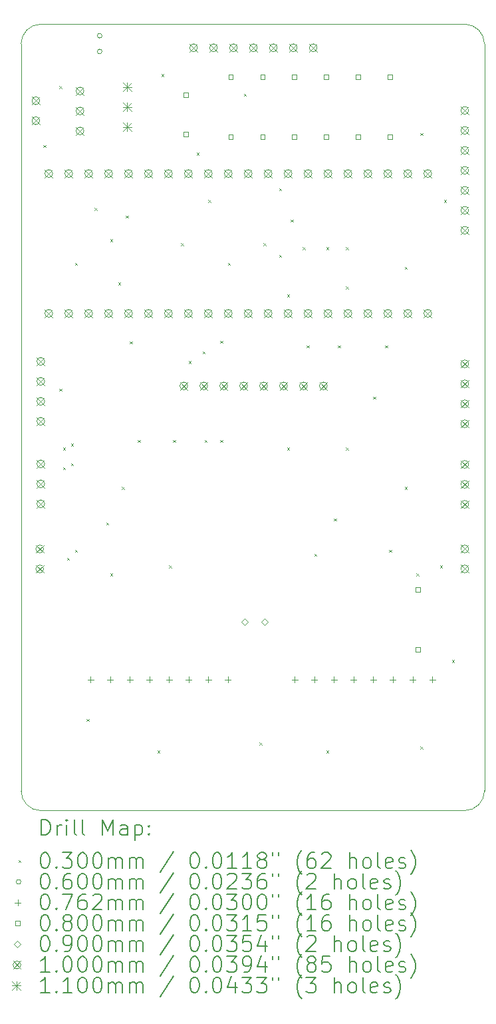
<source format=gbr>
%TF.GenerationSoftware,KiCad,Pcbnew,8.0.8*%
%TF.CreationDate,2025-01-15T16:00:02-05:00*%
%TF.ProjectId,mainboard,6d61696e-626f-4617-9264-2e6b69636164,rev?*%
%TF.SameCoordinates,Original*%
%TF.FileFunction,Drillmap*%
%TF.FilePolarity,Positive*%
%FSLAX45Y45*%
G04 Gerber Fmt 4.5, Leading zero omitted, Abs format (unit mm)*
G04 Created by KiCad (PCBNEW 8.0.8) date 2025-01-15 16:00:02*
%MOMM*%
%LPD*%
G01*
G04 APERTURE LIST*
%ADD10C,0.050000*%
%ADD11C,0.200000*%
%ADD12C,0.100000*%
%ADD13C,0.110000*%
G04 APERTURE END LIST*
D10*
X13400000Y-4950000D02*
G75*
G02*
X13650000Y-4700000I250000J0D01*
G01*
X13650000Y-4700000D02*
X19050000Y-4700000D01*
X13650000Y-14700000D02*
G75*
G02*
X13400000Y-14450000I0J250000D01*
G01*
X19300000Y-4950000D02*
X19300000Y-14450000D01*
X13400000Y-4950000D02*
X13400000Y-14450000D01*
X13650000Y-14700000D02*
X19050000Y-14700000D01*
X19300000Y-14450000D02*
G75*
G02*
X19050000Y-14700000I-250000J0D01*
G01*
X19050000Y-4700000D02*
G75*
G02*
X19300000Y-4950000I0J-250000D01*
G01*
D11*
D12*
X13685000Y-6235000D02*
X13715000Y-6265000D01*
X13715000Y-6235000D02*
X13685000Y-6265000D01*
X13885000Y-5485000D02*
X13915000Y-5515000D01*
X13915000Y-5485000D02*
X13885000Y-5515000D01*
X13885000Y-9335000D02*
X13915000Y-9365000D01*
X13915000Y-9335000D02*
X13885000Y-9365000D01*
X13935000Y-10085000D02*
X13965000Y-10115000D01*
X13965000Y-10085000D02*
X13935000Y-10115000D01*
X13935000Y-10335000D02*
X13965000Y-10365000D01*
X13965000Y-10335000D02*
X13935000Y-10365000D01*
X13985000Y-11485000D02*
X14015000Y-11515000D01*
X14015000Y-11485000D02*
X13985000Y-11515000D01*
X14035000Y-10035000D02*
X14065000Y-10065000D01*
X14065000Y-10035000D02*
X14035000Y-10065000D01*
X14035000Y-10285000D02*
X14065000Y-10315000D01*
X14065000Y-10285000D02*
X14035000Y-10315000D01*
X14085000Y-7735000D02*
X14115000Y-7765000D01*
X14115000Y-7735000D02*
X14085000Y-7765000D01*
X14085000Y-11385000D02*
X14115000Y-11415000D01*
X14115000Y-11385000D02*
X14085000Y-11415000D01*
X14235000Y-13535000D02*
X14265000Y-13565000D01*
X14265000Y-13535000D02*
X14235000Y-13565000D01*
X14335000Y-7035000D02*
X14365000Y-7065000D01*
X14365000Y-7035000D02*
X14335000Y-7065000D01*
X14485000Y-11035000D02*
X14515000Y-11065000D01*
X14515000Y-11035000D02*
X14485000Y-11065000D01*
X14535000Y-7435000D02*
X14565000Y-7465000D01*
X14565000Y-7435000D02*
X14535000Y-7465000D01*
X14535000Y-11685000D02*
X14565000Y-11715000D01*
X14565000Y-11685000D02*
X14535000Y-11715000D01*
X14635000Y-7985000D02*
X14665000Y-8015000D01*
X14665000Y-7985000D02*
X14635000Y-8015000D01*
X14685000Y-10585000D02*
X14715000Y-10615000D01*
X14715000Y-10585000D02*
X14685000Y-10615000D01*
X14735000Y-7135000D02*
X14765000Y-7165000D01*
X14765000Y-7135000D02*
X14735000Y-7165000D01*
X14785000Y-8735000D02*
X14815000Y-8765000D01*
X14815000Y-8735000D02*
X14785000Y-8765000D01*
X14885000Y-9985000D02*
X14915000Y-10015000D01*
X14915000Y-9985000D02*
X14885000Y-10015000D01*
X15135000Y-13935000D02*
X15165000Y-13965000D01*
X15165000Y-13935000D02*
X15135000Y-13965000D01*
X15185000Y-5335000D02*
X15215000Y-5365000D01*
X15215000Y-5335000D02*
X15185000Y-5365000D01*
X15285000Y-11585000D02*
X15315000Y-11615000D01*
X15315000Y-11585000D02*
X15285000Y-11615000D01*
X15335000Y-9985000D02*
X15365000Y-10015000D01*
X15365000Y-9985000D02*
X15335000Y-10015000D01*
X15435000Y-7485000D02*
X15465000Y-7515000D01*
X15465000Y-7485000D02*
X15435000Y-7515000D01*
X15535000Y-8985000D02*
X15565000Y-9015000D01*
X15565000Y-8985000D02*
X15535000Y-9015000D01*
X15635000Y-6335000D02*
X15665000Y-6365000D01*
X15665000Y-6335000D02*
X15635000Y-6365000D01*
X15711000Y-8859000D02*
X15741000Y-8889000D01*
X15741000Y-8859000D02*
X15711000Y-8889000D01*
X15735000Y-9985000D02*
X15765000Y-10015000D01*
X15765000Y-9985000D02*
X15735000Y-10015000D01*
X15785000Y-6935000D02*
X15815000Y-6965000D01*
X15815000Y-6935000D02*
X15785000Y-6965000D01*
X15935000Y-8725000D02*
X15965000Y-8755000D01*
X15965000Y-8725000D02*
X15935000Y-8755000D01*
X15935000Y-9985000D02*
X15965000Y-10015000D01*
X15965000Y-9985000D02*
X15935000Y-10015000D01*
X16035000Y-7735000D02*
X16065000Y-7765000D01*
X16065000Y-7735000D02*
X16035000Y-7765000D01*
X16235000Y-5585000D02*
X16265000Y-5615000D01*
X16265000Y-5585000D02*
X16235000Y-5615000D01*
X16435000Y-13835000D02*
X16465000Y-13865000D01*
X16465000Y-13835000D02*
X16435000Y-13865000D01*
X16485000Y-7485000D02*
X16515000Y-7515000D01*
X16515000Y-7485000D02*
X16485000Y-7515000D01*
X16685000Y-6785000D02*
X16715000Y-6815000D01*
X16715000Y-6785000D02*
X16685000Y-6815000D01*
X16685000Y-7635000D02*
X16715000Y-7665000D01*
X16715000Y-7635000D02*
X16685000Y-7665000D01*
X16785000Y-8135000D02*
X16815000Y-8165000D01*
X16815000Y-8135000D02*
X16785000Y-8165000D01*
X16785000Y-10085000D02*
X16815000Y-10115000D01*
X16815000Y-10085000D02*
X16785000Y-10115000D01*
X16835000Y-7185000D02*
X16865000Y-7215000D01*
X16865000Y-7185000D02*
X16835000Y-7215000D01*
X16985000Y-7535000D02*
X17015000Y-7565000D01*
X17015000Y-7535000D02*
X16985000Y-7565000D01*
X17035000Y-8785000D02*
X17065000Y-8815000D01*
X17065000Y-8785000D02*
X17035000Y-8815000D01*
X17135000Y-11435000D02*
X17165000Y-11465000D01*
X17165000Y-11435000D02*
X17135000Y-11465000D01*
X17285000Y-7535000D02*
X17315000Y-7565000D01*
X17315000Y-7535000D02*
X17285000Y-7565000D01*
X17285000Y-13935000D02*
X17315000Y-13965000D01*
X17315000Y-13935000D02*
X17285000Y-13965000D01*
X17385000Y-10985000D02*
X17415000Y-11015000D01*
X17415000Y-10985000D02*
X17385000Y-11015000D01*
X17435000Y-8785000D02*
X17465000Y-8815000D01*
X17465000Y-8785000D02*
X17435000Y-8815000D01*
X17535000Y-7535000D02*
X17565000Y-7565000D01*
X17565000Y-7535000D02*
X17535000Y-7565000D01*
X17535000Y-8035000D02*
X17565000Y-8065000D01*
X17565000Y-8035000D02*
X17535000Y-8065000D01*
X17535000Y-10085000D02*
X17565000Y-10115000D01*
X17565000Y-10085000D02*
X17535000Y-10115000D01*
X17885000Y-9435000D02*
X17915000Y-9465000D01*
X17915000Y-9435000D02*
X17885000Y-9465000D01*
X18035000Y-8785000D02*
X18065000Y-8815000D01*
X18065000Y-8785000D02*
X18035000Y-8815000D01*
X18085000Y-11385000D02*
X18115000Y-11415000D01*
X18115000Y-11385000D02*
X18085000Y-11415000D01*
X18285000Y-7785000D02*
X18315000Y-7815000D01*
X18315000Y-7785000D02*
X18285000Y-7815000D01*
X18285000Y-10585000D02*
X18315000Y-10615000D01*
X18315000Y-10585000D02*
X18285000Y-10615000D01*
X18435000Y-11685000D02*
X18465000Y-11715000D01*
X18465000Y-11685000D02*
X18435000Y-11715000D01*
X18485000Y-6085000D02*
X18515000Y-6115000D01*
X18515000Y-6085000D02*
X18485000Y-6115000D01*
X18485000Y-13885000D02*
X18515000Y-13915000D01*
X18515000Y-13885000D02*
X18485000Y-13915000D01*
X18735000Y-11585000D02*
X18765000Y-11615000D01*
X18765000Y-11585000D02*
X18735000Y-11615000D01*
X18785000Y-6935000D02*
X18815000Y-6965000D01*
X18815000Y-6935000D02*
X18785000Y-6965000D01*
X18885000Y-12785000D02*
X18915000Y-12815000D01*
X18915000Y-12785000D02*
X18885000Y-12815000D01*
X14430000Y-4847260D02*
G75*
G02*
X14370000Y-4847260I-30000J0D01*
G01*
X14370000Y-4847260D02*
G75*
G02*
X14430000Y-4847260I30000J0D01*
G01*
X14430000Y-5047260D02*
G75*
G02*
X14370000Y-5047260I-30000J0D01*
G01*
X14370000Y-5047260D02*
G75*
G02*
X14430000Y-5047260I30000J0D01*
G01*
X14285000Y-12996900D02*
X14285000Y-13073100D01*
X14246900Y-13035000D02*
X14323100Y-13035000D01*
X14535000Y-12996900D02*
X14535000Y-13073100D01*
X14496900Y-13035000D02*
X14573100Y-13035000D01*
X14785000Y-12996900D02*
X14785000Y-13073100D01*
X14746900Y-13035000D02*
X14823100Y-13035000D01*
X15035000Y-12996900D02*
X15035000Y-13073100D01*
X14996900Y-13035000D02*
X15073100Y-13035000D01*
X15285000Y-12996900D02*
X15285000Y-13073100D01*
X15246900Y-13035000D02*
X15323100Y-13035000D01*
X15535000Y-12996900D02*
X15535000Y-13073100D01*
X15496900Y-13035000D02*
X15573100Y-13035000D01*
X15785000Y-12996900D02*
X15785000Y-13073100D01*
X15746900Y-13035000D02*
X15823100Y-13035000D01*
X16035000Y-12996900D02*
X16035000Y-13073100D01*
X15996900Y-13035000D02*
X16073100Y-13035000D01*
X16885000Y-12996900D02*
X16885000Y-13073100D01*
X16846900Y-13035000D02*
X16923100Y-13035000D01*
X17135000Y-12996900D02*
X17135000Y-13073100D01*
X17096900Y-13035000D02*
X17173100Y-13035000D01*
X17385000Y-12996900D02*
X17385000Y-13073100D01*
X17346900Y-13035000D02*
X17423100Y-13035000D01*
X17635000Y-12996900D02*
X17635000Y-13073100D01*
X17596900Y-13035000D02*
X17673100Y-13035000D01*
X17885000Y-12996900D02*
X17885000Y-13073100D01*
X17846900Y-13035000D02*
X17923100Y-13035000D01*
X18135000Y-12996900D02*
X18135000Y-13073100D01*
X18096900Y-13035000D02*
X18173100Y-13035000D01*
X18385000Y-12996900D02*
X18385000Y-13073100D01*
X18346900Y-13035000D02*
X18423100Y-13035000D01*
X18635000Y-12996900D02*
X18635000Y-13073100D01*
X18596900Y-13035000D02*
X18673100Y-13035000D01*
X15528284Y-5628284D02*
X15528284Y-5571716D01*
X15471715Y-5571716D01*
X15471715Y-5628284D01*
X15528284Y-5628284D01*
X15528284Y-6128284D02*
X15528284Y-6071715D01*
X15471715Y-6071715D01*
X15471715Y-6128284D01*
X15528284Y-6128284D01*
X16098284Y-5397285D02*
X16098284Y-5340716D01*
X16041715Y-5340716D01*
X16041715Y-5397285D01*
X16098284Y-5397285D01*
X16098284Y-6159284D02*
X16098284Y-6102715D01*
X16041715Y-6102715D01*
X16041715Y-6159284D01*
X16098284Y-6159284D01*
X16503284Y-5397285D02*
X16503284Y-5340716D01*
X16446715Y-5340716D01*
X16446715Y-5397285D01*
X16503284Y-5397285D01*
X16503284Y-6159284D02*
X16503284Y-6102715D01*
X16446715Y-6102715D01*
X16446715Y-6159284D01*
X16503284Y-6159284D01*
X16908285Y-5397285D02*
X16908285Y-5340716D01*
X16851716Y-5340716D01*
X16851716Y-5397285D01*
X16908285Y-5397285D01*
X16908285Y-6159284D02*
X16908285Y-6102715D01*
X16851716Y-6102715D01*
X16851716Y-6159284D01*
X16908285Y-6159284D01*
X17313285Y-5397285D02*
X17313285Y-5340716D01*
X17256716Y-5340716D01*
X17256716Y-5397285D01*
X17313285Y-5397285D01*
X17313285Y-6159284D02*
X17313285Y-6102715D01*
X17256716Y-6102715D01*
X17256716Y-6159284D01*
X17313285Y-6159284D01*
X17718285Y-5397285D02*
X17718285Y-5340716D01*
X17661716Y-5340716D01*
X17661716Y-5397285D01*
X17718285Y-5397285D01*
X17718285Y-6159284D02*
X17718285Y-6102715D01*
X17661716Y-6102715D01*
X17661716Y-6159284D01*
X17718285Y-6159284D01*
X18123285Y-5397285D02*
X18123285Y-5340716D01*
X18066716Y-5340716D01*
X18066716Y-5397285D01*
X18123285Y-5397285D01*
X18123285Y-6159284D02*
X18123285Y-6102715D01*
X18066716Y-6102715D01*
X18066716Y-6159284D01*
X18123285Y-6159284D01*
X18478285Y-11916284D02*
X18478285Y-11859715D01*
X18421716Y-11859715D01*
X18421716Y-11916284D01*
X18478285Y-11916284D01*
X18478285Y-12678284D02*
X18478285Y-12621715D01*
X18421716Y-12621715D01*
X18421716Y-12678284D01*
X18478285Y-12678284D01*
X16246000Y-12345000D02*
X16291000Y-12300000D01*
X16246000Y-12255000D01*
X16201000Y-12300000D01*
X16246000Y-12345000D01*
X16500000Y-12345000D02*
X16545000Y-12300000D01*
X16500000Y-12255000D01*
X16455000Y-12300000D01*
X16500000Y-12345000D01*
X13537500Y-5623500D02*
X13637500Y-5723500D01*
X13637500Y-5623500D02*
X13537500Y-5723500D01*
X13637500Y-5673500D02*
G75*
G02*
X13537500Y-5673500I-50000J0D01*
G01*
X13537500Y-5673500D02*
G75*
G02*
X13637500Y-5673500I50000J0D01*
G01*
X13537500Y-5877500D02*
X13637500Y-5977500D01*
X13637500Y-5877500D02*
X13537500Y-5977500D01*
X13637500Y-5927500D02*
G75*
G02*
X13537500Y-5927500I-50000J0D01*
G01*
X13537500Y-5927500D02*
G75*
G02*
X13637500Y-5927500I50000J0D01*
G01*
X13587500Y-11323500D02*
X13687500Y-11423500D01*
X13687500Y-11323500D02*
X13587500Y-11423500D01*
X13687500Y-11373500D02*
G75*
G02*
X13587500Y-11373500I-50000J0D01*
G01*
X13587500Y-11373500D02*
G75*
G02*
X13687500Y-11373500I50000J0D01*
G01*
X13587500Y-11577500D02*
X13687500Y-11677500D01*
X13687500Y-11577500D02*
X13587500Y-11677500D01*
X13687500Y-11627500D02*
G75*
G02*
X13587500Y-11627500I-50000J0D01*
G01*
X13587500Y-11627500D02*
G75*
G02*
X13687500Y-11627500I50000J0D01*
G01*
X13600000Y-8938000D02*
X13700000Y-9038000D01*
X13700000Y-8938000D02*
X13600000Y-9038000D01*
X13700000Y-8988000D02*
G75*
G02*
X13600000Y-8988000I-50000J0D01*
G01*
X13600000Y-8988000D02*
G75*
G02*
X13700000Y-8988000I50000J0D01*
G01*
X13600000Y-9192000D02*
X13700000Y-9292000D01*
X13700000Y-9192000D02*
X13600000Y-9292000D01*
X13700000Y-9242000D02*
G75*
G02*
X13600000Y-9242000I-50000J0D01*
G01*
X13600000Y-9242000D02*
G75*
G02*
X13700000Y-9242000I50000J0D01*
G01*
X13600000Y-9446000D02*
X13700000Y-9546000D01*
X13700000Y-9446000D02*
X13600000Y-9546000D01*
X13700000Y-9496000D02*
G75*
G02*
X13600000Y-9496000I-50000J0D01*
G01*
X13600000Y-9496000D02*
G75*
G02*
X13700000Y-9496000I50000J0D01*
G01*
X13600000Y-9700000D02*
X13700000Y-9800000D01*
X13700000Y-9700000D02*
X13600000Y-9800000D01*
X13700000Y-9750000D02*
G75*
G02*
X13600000Y-9750000I-50000J0D01*
G01*
X13600000Y-9750000D02*
G75*
G02*
X13700000Y-9750000I50000J0D01*
G01*
X13600000Y-10242000D02*
X13700000Y-10342000D01*
X13700000Y-10242000D02*
X13600000Y-10342000D01*
X13700000Y-10292000D02*
G75*
G02*
X13600000Y-10292000I-50000J0D01*
G01*
X13600000Y-10292000D02*
G75*
G02*
X13700000Y-10292000I50000J0D01*
G01*
X13600000Y-10496000D02*
X13700000Y-10596000D01*
X13700000Y-10496000D02*
X13600000Y-10596000D01*
X13700000Y-10546000D02*
G75*
G02*
X13600000Y-10546000I-50000J0D01*
G01*
X13600000Y-10546000D02*
G75*
G02*
X13700000Y-10546000I50000J0D01*
G01*
X13600000Y-10750000D02*
X13700000Y-10850000D01*
X13700000Y-10750000D02*
X13600000Y-10850000D01*
X13700000Y-10800000D02*
G75*
G02*
X13600000Y-10800000I-50000J0D01*
G01*
X13600000Y-10800000D02*
G75*
G02*
X13700000Y-10800000I50000J0D01*
G01*
X13702000Y-6550000D02*
X13802000Y-6650000D01*
X13802000Y-6550000D02*
X13702000Y-6650000D01*
X13802000Y-6600000D02*
G75*
G02*
X13702000Y-6600000I-50000J0D01*
G01*
X13702000Y-6600000D02*
G75*
G02*
X13802000Y-6600000I50000J0D01*
G01*
X13702000Y-8328000D02*
X13802000Y-8428000D01*
X13802000Y-8328000D02*
X13702000Y-8428000D01*
X13802000Y-8378000D02*
G75*
G02*
X13702000Y-8378000I-50000J0D01*
G01*
X13702000Y-8378000D02*
G75*
G02*
X13802000Y-8378000I50000J0D01*
G01*
X13956000Y-6550000D02*
X14056000Y-6650000D01*
X14056000Y-6550000D02*
X13956000Y-6650000D01*
X14056000Y-6600000D02*
G75*
G02*
X13956000Y-6600000I-50000J0D01*
G01*
X13956000Y-6600000D02*
G75*
G02*
X14056000Y-6600000I50000J0D01*
G01*
X13956000Y-8328000D02*
X14056000Y-8428000D01*
X14056000Y-8328000D02*
X13956000Y-8428000D01*
X14056000Y-8378000D02*
G75*
G02*
X13956000Y-8378000I-50000J0D01*
G01*
X13956000Y-8378000D02*
G75*
G02*
X14056000Y-8378000I50000J0D01*
G01*
X14100000Y-5500000D02*
X14200000Y-5600000D01*
X14200000Y-5500000D02*
X14100000Y-5600000D01*
X14200000Y-5550000D02*
G75*
G02*
X14100000Y-5550000I-50000J0D01*
G01*
X14100000Y-5550000D02*
G75*
G02*
X14200000Y-5550000I50000J0D01*
G01*
X14100000Y-5754000D02*
X14200000Y-5854000D01*
X14200000Y-5754000D02*
X14100000Y-5854000D01*
X14200000Y-5804000D02*
G75*
G02*
X14100000Y-5804000I-50000J0D01*
G01*
X14100000Y-5804000D02*
G75*
G02*
X14200000Y-5804000I50000J0D01*
G01*
X14100000Y-6008000D02*
X14200000Y-6108000D01*
X14200000Y-6008000D02*
X14100000Y-6108000D01*
X14200000Y-6058000D02*
G75*
G02*
X14100000Y-6058000I-50000J0D01*
G01*
X14100000Y-6058000D02*
G75*
G02*
X14200000Y-6058000I50000J0D01*
G01*
X14210000Y-6550000D02*
X14310000Y-6650000D01*
X14310000Y-6550000D02*
X14210000Y-6650000D01*
X14310000Y-6600000D02*
G75*
G02*
X14210000Y-6600000I-50000J0D01*
G01*
X14210000Y-6600000D02*
G75*
G02*
X14310000Y-6600000I50000J0D01*
G01*
X14210000Y-8328000D02*
X14310000Y-8428000D01*
X14310000Y-8328000D02*
X14210000Y-8428000D01*
X14310000Y-8378000D02*
G75*
G02*
X14210000Y-8378000I-50000J0D01*
G01*
X14210000Y-8378000D02*
G75*
G02*
X14310000Y-8378000I50000J0D01*
G01*
X14464000Y-6550000D02*
X14564000Y-6650000D01*
X14564000Y-6550000D02*
X14464000Y-6650000D01*
X14564000Y-6600000D02*
G75*
G02*
X14464000Y-6600000I-50000J0D01*
G01*
X14464000Y-6600000D02*
G75*
G02*
X14564000Y-6600000I50000J0D01*
G01*
X14464000Y-8328000D02*
X14564000Y-8428000D01*
X14564000Y-8328000D02*
X14464000Y-8428000D01*
X14564000Y-8378000D02*
G75*
G02*
X14464000Y-8378000I-50000J0D01*
G01*
X14464000Y-8378000D02*
G75*
G02*
X14564000Y-8378000I50000J0D01*
G01*
X14718000Y-6550000D02*
X14818000Y-6650000D01*
X14818000Y-6550000D02*
X14718000Y-6650000D01*
X14818000Y-6600000D02*
G75*
G02*
X14718000Y-6600000I-50000J0D01*
G01*
X14718000Y-6600000D02*
G75*
G02*
X14818000Y-6600000I50000J0D01*
G01*
X14718000Y-8328000D02*
X14818000Y-8428000D01*
X14818000Y-8328000D02*
X14718000Y-8428000D01*
X14818000Y-8378000D02*
G75*
G02*
X14718000Y-8378000I-50000J0D01*
G01*
X14718000Y-8378000D02*
G75*
G02*
X14818000Y-8378000I50000J0D01*
G01*
X14972000Y-6550000D02*
X15072000Y-6650000D01*
X15072000Y-6550000D02*
X14972000Y-6650000D01*
X15072000Y-6600000D02*
G75*
G02*
X14972000Y-6600000I-50000J0D01*
G01*
X14972000Y-6600000D02*
G75*
G02*
X15072000Y-6600000I50000J0D01*
G01*
X14972000Y-8328000D02*
X15072000Y-8428000D01*
X15072000Y-8328000D02*
X14972000Y-8428000D01*
X15072000Y-8378000D02*
G75*
G02*
X14972000Y-8378000I-50000J0D01*
G01*
X14972000Y-8378000D02*
G75*
G02*
X15072000Y-8378000I50000J0D01*
G01*
X15226000Y-6550000D02*
X15326000Y-6650000D01*
X15326000Y-6550000D02*
X15226000Y-6650000D01*
X15326000Y-6600000D02*
G75*
G02*
X15226000Y-6600000I-50000J0D01*
G01*
X15226000Y-6600000D02*
G75*
G02*
X15326000Y-6600000I50000J0D01*
G01*
X15226000Y-8328000D02*
X15326000Y-8428000D01*
X15326000Y-8328000D02*
X15226000Y-8428000D01*
X15326000Y-8378000D02*
G75*
G02*
X15226000Y-8378000I-50000J0D01*
G01*
X15226000Y-8378000D02*
G75*
G02*
X15326000Y-8378000I50000J0D01*
G01*
X15422000Y-9250000D02*
X15522000Y-9350000D01*
X15522000Y-9250000D02*
X15422000Y-9350000D01*
X15522000Y-9300000D02*
G75*
G02*
X15422000Y-9300000I-50000J0D01*
G01*
X15422000Y-9300000D02*
G75*
G02*
X15522000Y-9300000I50000J0D01*
G01*
X15480000Y-6550000D02*
X15580000Y-6650000D01*
X15580000Y-6550000D02*
X15480000Y-6650000D01*
X15580000Y-6600000D02*
G75*
G02*
X15480000Y-6600000I-50000J0D01*
G01*
X15480000Y-6600000D02*
G75*
G02*
X15580000Y-6600000I50000J0D01*
G01*
X15480000Y-8328000D02*
X15580000Y-8428000D01*
X15580000Y-8328000D02*
X15480000Y-8428000D01*
X15580000Y-8378000D02*
G75*
G02*
X15480000Y-8378000I-50000J0D01*
G01*
X15480000Y-8378000D02*
G75*
G02*
X15580000Y-8378000I50000J0D01*
G01*
X15546000Y-4950000D02*
X15646000Y-5050000D01*
X15646000Y-4950000D02*
X15546000Y-5050000D01*
X15646000Y-5000000D02*
G75*
G02*
X15546000Y-5000000I-50000J0D01*
G01*
X15546000Y-5000000D02*
G75*
G02*
X15646000Y-5000000I50000J0D01*
G01*
X15676000Y-9250000D02*
X15776000Y-9350000D01*
X15776000Y-9250000D02*
X15676000Y-9350000D01*
X15776000Y-9300000D02*
G75*
G02*
X15676000Y-9300000I-50000J0D01*
G01*
X15676000Y-9300000D02*
G75*
G02*
X15776000Y-9300000I50000J0D01*
G01*
X15734000Y-6550000D02*
X15834000Y-6650000D01*
X15834000Y-6550000D02*
X15734000Y-6650000D01*
X15834000Y-6600000D02*
G75*
G02*
X15734000Y-6600000I-50000J0D01*
G01*
X15734000Y-6600000D02*
G75*
G02*
X15834000Y-6600000I50000J0D01*
G01*
X15734000Y-8328000D02*
X15834000Y-8428000D01*
X15834000Y-8328000D02*
X15734000Y-8428000D01*
X15834000Y-8378000D02*
G75*
G02*
X15734000Y-8378000I-50000J0D01*
G01*
X15734000Y-8378000D02*
G75*
G02*
X15834000Y-8378000I50000J0D01*
G01*
X15800000Y-4950000D02*
X15900000Y-5050000D01*
X15900000Y-4950000D02*
X15800000Y-5050000D01*
X15900000Y-5000000D02*
G75*
G02*
X15800000Y-5000000I-50000J0D01*
G01*
X15800000Y-5000000D02*
G75*
G02*
X15900000Y-5000000I50000J0D01*
G01*
X15930000Y-9250000D02*
X16030000Y-9350000D01*
X16030000Y-9250000D02*
X15930000Y-9350000D01*
X16030000Y-9300000D02*
G75*
G02*
X15930000Y-9300000I-50000J0D01*
G01*
X15930000Y-9300000D02*
G75*
G02*
X16030000Y-9300000I50000J0D01*
G01*
X15988000Y-6550000D02*
X16088000Y-6650000D01*
X16088000Y-6550000D02*
X15988000Y-6650000D01*
X16088000Y-6600000D02*
G75*
G02*
X15988000Y-6600000I-50000J0D01*
G01*
X15988000Y-6600000D02*
G75*
G02*
X16088000Y-6600000I50000J0D01*
G01*
X15988000Y-8328000D02*
X16088000Y-8428000D01*
X16088000Y-8328000D02*
X15988000Y-8428000D01*
X16088000Y-8378000D02*
G75*
G02*
X15988000Y-8378000I-50000J0D01*
G01*
X15988000Y-8378000D02*
G75*
G02*
X16088000Y-8378000I50000J0D01*
G01*
X16054000Y-4950000D02*
X16154000Y-5050000D01*
X16154000Y-4950000D02*
X16054000Y-5050000D01*
X16154000Y-5000000D02*
G75*
G02*
X16054000Y-5000000I-50000J0D01*
G01*
X16054000Y-5000000D02*
G75*
G02*
X16154000Y-5000000I50000J0D01*
G01*
X16184000Y-9250000D02*
X16284000Y-9350000D01*
X16284000Y-9250000D02*
X16184000Y-9350000D01*
X16284000Y-9300000D02*
G75*
G02*
X16184000Y-9300000I-50000J0D01*
G01*
X16184000Y-9300000D02*
G75*
G02*
X16284000Y-9300000I50000J0D01*
G01*
X16242000Y-6550000D02*
X16342000Y-6650000D01*
X16342000Y-6550000D02*
X16242000Y-6650000D01*
X16342000Y-6600000D02*
G75*
G02*
X16242000Y-6600000I-50000J0D01*
G01*
X16242000Y-6600000D02*
G75*
G02*
X16342000Y-6600000I50000J0D01*
G01*
X16242000Y-8328000D02*
X16342000Y-8428000D01*
X16342000Y-8328000D02*
X16242000Y-8428000D01*
X16342000Y-8378000D02*
G75*
G02*
X16242000Y-8378000I-50000J0D01*
G01*
X16242000Y-8378000D02*
G75*
G02*
X16342000Y-8378000I50000J0D01*
G01*
X16308000Y-4950000D02*
X16408000Y-5050000D01*
X16408000Y-4950000D02*
X16308000Y-5050000D01*
X16408000Y-5000000D02*
G75*
G02*
X16308000Y-5000000I-50000J0D01*
G01*
X16308000Y-5000000D02*
G75*
G02*
X16408000Y-5000000I50000J0D01*
G01*
X16438000Y-9250000D02*
X16538000Y-9350000D01*
X16538000Y-9250000D02*
X16438000Y-9350000D01*
X16538000Y-9300000D02*
G75*
G02*
X16438000Y-9300000I-50000J0D01*
G01*
X16438000Y-9300000D02*
G75*
G02*
X16538000Y-9300000I50000J0D01*
G01*
X16496000Y-6550000D02*
X16596000Y-6650000D01*
X16596000Y-6550000D02*
X16496000Y-6650000D01*
X16596000Y-6600000D02*
G75*
G02*
X16496000Y-6600000I-50000J0D01*
G01*
X16496000Y-6600000D02*
G75*
G02*
X16596000Y-6600000I50000J0D01*
G01*
X16496000Y-8328000D02*
X16596000Y-8428000D01*
X16596000Y-8328000D02*
X16496000Y-8428000D01*
X16596000Y-8378000D02*
G75*
G02*
X16496000Y-8378000I-50000J0D01*
G01*
X16496000Y-8378000D02*
G75*
G02*
X16596000Y-8378000I50000J0D01*
G01*
X16562000Y-4950000D02*
X16662000Y-5050000D01*
X16662000Y-4950000D02*
X16562000Y-5050000D01*
X16662000Y-5000000D02*
G75*
G02*
X16562000Y-5000000I-50000J0D01*
G01*
X16562000Y-5000000D02*
G75*
G02*
X16662000Y-5000000I50000J0D01*
G01*
X16692000Y-9250000D02*
X16792000Y-9350000D01*
X16792000Y-9250000D02*
X16692000Y-9350000D01*
X16792000Y-9300000D02*
G75*
G02*
X16692000Y-9300000I-50000J0D01*
G01*
X16692000Y-9300000D02*
G75*
G02*
X16792000Y-9300000I50000J0D01*
G01*
X16750000Y-6550000D02*
X16850000Y-6650000D01*
X16850000Y-6550000D02*
X16750000Y-6650000D01*
X16850000Y-6600000D02*
G75*
G02*
X16750000Y-6600000I-50000J0D01*
G01*
X16750000Y-6600000D02*
G75*
G02*
X16850000Y-6600000I50000J0D01*
G01*
X16750000Y-8328000D02*
X16850000Y-8428000D01*
X16850000Y-8328000D02*
X16750000Y-8428000D01*
X16850000Y-8378000D02*
G75*
G02*
X16750000Y-8378000I-50000J0D01*
G01*
X16750000Y-8378000D02*
G75*
G02*
X16850000Y-8378000I50000J0D01*
G01*
X16816000Y-4950000D02*
X16916000Y-5050000D01*
X16916000Y-4950000D02*
X16816000Y-5050000D01*
X16916000Y-5000000D02*
G75*
G02*
X16816000Y-5000000I-50000J0D01*
G01*
X16816000Y-5000000D02*
G75*
G02*
X16916000Y-5000000I50000J0D01*
G01*
X16946000Y-9250000D02*
X17046000Y-9350000D01*
X17046000Y-9250000D02*
X16946000Y-9350000D01*
X17046000Y-9300000D02*
G75*
G02*
X16946000Y-9300000I-50000J0D01*
G01*
X16946000Y-9300000D02*
G75*
G02*
X17046000Y-9300000I50000J0D01*
G01*
X17004000Y-6550000D02*
X17104000Y-6650000D01*
X17104000Y-6550000D02*
X17004000Y-6650000D01*
X17104000Y-6600000D02*
G75*
G02*
X17004000Y-6600000I-50000J0D01*
G01*
X17004000Y-6600000D02*
G75*
G02*
X17104000Y-6600000I50000J0D01*
G01*
X17004000Y-8328000D02*
X17104000Y-8428000D01*
X17104000Y-8328000D02*
X17004000Y-8428000D01*
X17104000Y-8378000D02*
G75*
G02*
X17004000Y-8378000I-50000J0D01*
G01*
X17004000Y-8378000D02*
G75*
G02*
X17104000Y-8378000I50000J0D01*
G01*
X17070000Y-4950000D02*
X17170000Y-5050000D01*
X17170000Y-4950000D02*
X17070000Y-5050000D01*
X17170000Y-5000000D02*
G75*
G02*
X17070000Y-5000000I-50000J0D01*
G01*
X17070000Y-5000000D02*
G75*
G02*
X17170000Y-5000000I50000J0D01*
G01*
X17200000Y-9250000D02*
X17300000Y-9350000D01*
X17300000Y-9250000D02*
X17200000Y-9350000D01*
X17300000Y-9300000D02*
G75*
G02*
X17200000Y-9300000I-50000J0D01*
G01*
X17200000Y-9300000D02*
G75*
G02*
X17300000Y-9300000I50000J0D01*
G01*
X17258000Y-6550000D02*
X17358000Y-6650000D01*
X17358000Y-6550000D02*
X17258000Y-6650000D01*
X17358000Y-6600000D02*
G75*
G02*
X17258000Y-6600000I-50000J0D01*
G01*
X17258000Y-6600000D02*
G75*
G02*
X17358000Y-6600000I50000J0D01*
G01*
X17258000Y-8328000D02*
X17358000Y-8428000D01*
X17358000Y-8328000D02*
X17258000Y-8428000D01*
X17358000Y-8378000D02*
G75*
G02*
X17258000Y-8378000I-50000J0D01*
G01*
X17258000Y-8378000D02*
G75*
G02*
X17358000Y-8378000I50000J0D01*
G01*
X17512000Y-6550000D02*
X17612000Y-6650000D01*
X17612000Y-6550000D02*
X17512000Y-6650000D01*
X17612000Y-6600000D02*
G75*
G02*
X17512000Y-6600000I-50000J0D01*
G01*
X17512000Y-6600000D02*
G75*
G02*
X17612000Y-6600000I50000J0D01*
G01*
X17512000Y-8328000D02*
X17612000Y-8428000D01*
X17612000Y-8328000D02*
X17512000Y-8428000D01*
X17612000Y-8378000D02*
G75*
G02*
X17512000Y-8378000I-50000J0D01*
G01*
X17512000Y-8378000D02*
G75*
G02*
X17612000Y-8378000I50000J0D01*
G01*
X17766000Y-6550000D02*
X17866000Y-6650000D01*
X17866000Y-6550000D02*
X17766000Y-6650000D01*
X17866000Y-6600000D02*
G75*
G02*
X17766000Y-6600000I-50000J0D01*
G01*
X17766000Y-6600000D02*
G75*
G02*
X17866000Y-6600000I50000J0D01*
G01*
X17766000Y-8328000D02*
X17866000Y-8428000D01*
X17866000Y-8328000D02*
X17766000Y-8428000D01*
X17866000Y-8378000D02*
G75*
G02*
X17766000Y-8378000I-50000J0D01*
G01*
X17766000Y-8378000D02*
G75*
G02*
X17866000Y-8378000I50000J0D01*
G01*
X18020000Y-6550000D02*
X18120000Y-6650000D01*
X18120000Y-6550000D02*
X18020000Y-6650000D01*
X18120000Y-6600000D02*
G75*
G02*
X18020000Y-6600000I-50000J0D01*
G01*
X18020000Y-6600000D02*
G75*
G02*
X18120000Y-6600000I50000J0D01*
G01*
X18020000Y-8328000D02*
X18120000Y-8428000D01*
X18120000Y-8328000D02*
X18020000Y-8428000D01*
X18120000Y-8378000D02*
G75*
G02*
X18020000Y-8378000I-50000J0D01*
G01*
X18020000Y-8378000D02*
G75*
G02*
X18120000Y-8378000I50000J0D01*
G01*
X18274000Y-6550000D02*
X18374000Y-6650000D01*
X18374000Y-6550000D02*
X18274000Y-6650000D01*
X18374000Y-6600000D02*
G75*
G02*
X18274000Y-6600000I-50000J0D01*
G01*
X18274000Y-6600000D02*
G75*
G02*
X18374000Y-6600000I50000J0D01*
G01*
X18274000Y-8328000D02*
X18374000Y-8428000D01*
X18374000Y-8328000D02*
X18274000Y-8428000D01*
X18374000Y-8378000D02*
G75*
G02*
X18274000Y-8378000I-50000J0D01*
G01*
X18274000Y-8378000D02*
G75*
G02*
X18374000Y-8378000I50000J0D01*
G01*
X18528000Y-6550000D02*
X18628000Y-6650000D01*
X18628000Y-6550000D02*
X18528000Y-6650000D01*
X18628000Y-6600000D02*
G75*
G02*
X18528000Y-6600000I-50000J0D01*
G01*
X18528000Y-6600000D02*
G75*
G02*
X18628000Y-6600000I50000J0D01*
G01*
X18528000Y-8328000D02*
X18628000Y-8428000D01*
X18628000Y-8328000D02*
X18528000Y-8428000D01*
X18628000Y-8378000D02*
G75*
G02*
X18528000Y-8378000I-50000J0D01*
G01*
X18528000Y-8378000D02*
G75*
G02*
X18628000Y-8378000I50000J0D01*
G01*
X19000000Y-5746000D02*
X19100000Y-5846000D01*
X19100000Y-5746000D02*
X19000000Y-5846000D01*
X19100000Y-5796000D02*
G75*
G02*
X19000000Y-5796000I-50000J0D01*
G01*
X19000000Y-5796000D02*
G75*
G02*
X19100000Y-5796000I50000J0D01*
G01*
X19000000Y-6000000D02*
X19100000Y-6100000D01*
X19100000Y-6000000D02*
X19000000Y-6100000D01*
X19100000Y-6050000D02*
G75*
G02*
X19000000Y-6050000I-50000J0D01*
G01*
X19000000Y-6050000D02*
G75*
G02*
X19100000Y-6050000I50000J0D01*
G01*
X19000000Y-6254000D02*
X19100000Y-6354000D01*
X19100000Y-6254000D02*
X19000000Y-6354000D01*
X19100000Y-6304000D02*
G75*
G02*
X19000000Y-6304000I-50000J0D01*
G01*
X19000000Y-6304000D02*
G75*
G02*
X19100000Y-6304000I50000J0D01*
G01*
X19000000Y-6508000D02*
X19100000Y-6608000D01*
X19100000Y-6508000D02*
X19000000Y-6608000D01*
X19100000Y-6558000D02*
G75*
G02*
X19000000Y-6558000I-50000J0D01*
G01*
X19000000Y-6558000D02*
G75*
G02*
X19100000Y-6558000I50000J0D01*
G01*
X19000000Y-6762000D02*
X19100000Y-6862000D01*
X19100000Y-6762000D02*
X19000000Y-6862000D01*
X19100000Y-6812000D02*
G75*
G02*
X19000000Y-6812000I-50000J0D01*
G01*
X19000000Y-6812000D02*
G75*
G02*
X19100000Y-6812000I50000J0D01*
G01*
X19000000Y-7016000D02*
X19100000Y-7116000D01*
X19100000Y-7016000D02*
X19000000Y-7116000D01*
X19100000Y-7066000D02*
G75*
G02*
X19000000Y-7066000I-50000J0D01*
G01*
X19000000Y-7066000D02*
G75*
G02*
X19100000Y-7066000I50000J0D01*
G01*
X19000000Y-7270000D02*
X19100000Y-7370000D01*
X19100000Y-7270000D02*
X19000000Y-7370000D01*
X19100000Y-7320000D02*
G75*
G02*
X19000000Y-7320000I-50000J0D01*
G01*
X19000000Y-7320000D02*
G75*
G02*
X19100000Y-7320000I50000J0D01*
G01*
X19000000Y-8970000D02*
X19100000Y-9070000D01*
X19100000Y-8970000D02*
X19000000Y-9070000D01*
X19100000Y-9020000D02*
G75*
G02*
X19000000Y-9020000I-50000J0D01*
G01*
X19000000Y-9020000D02*
G75*
G02*
X19100000Y-9020000I50000J0D01*
G01*
X19000000Y-9224000D02*
X19100000Y-9324000D01*
X19100000Y-9224000D02*
X19000000Y-9324000D01*
X19100000Y-9274000D02*
G75*
G02*
X19000000Y-9274000I-50000J0D01*
G01*
X19000000Y-9274000D02*
G75*
G02*
X19100000Y-9274000I50000J0D01*
G01*
X19000000Y-9478000D02*
X19100000Y-9578000D01*
X19100000Y-9478000D02*
X19000000Y-9578000D01*
X19100000Y-9528000D02*
G75*
G02*
X19000000Y-9528000I-50000J0D01*
G01*
X19000000Y-9528000D02*
G75*
G02*
X19100000Y-9528000I50000J0D01*
G01*
X19000000Y-9732000D02*
X19100000Y-9832000D01*
X19100000Y-9732000D02*
X19000000Y-9832000D01*
X19100000Y-9782000D02*
G75*
G02*
X19000000Y-9782000I-50000J0D01*
G01*
X19000000Y-9782000D02*
G75*
G02*
X19100000Y-9782000I50000J0D01*
G01*
X19000000Y-10247500D02*
X19100000Y-10347500D01*
X19100000Y-10247500D02*
X19000000Y-10347500D01*
X19100000Y-10297500D02*
G75*
G02*
X19000000Y-10297500I-50000J0D01*
G01*
X19000000Y-10297500D02*
G75*
G02*
X19100000Y-10297500I50000J0D01*
G01*
X19000000Y-10501500D02*
X19100000Y-10601500D01*
X19100000Y-10501500D02*
X19000000Y-10601500D01*
X19100000Y-10551500D02*
G75*
G02*
X19000000Y-10551500I-50000J0D01*
G01*
X19000000Y-10551500D02*
G75*
G02*
X19100000Y-10551500I50000J0D01*
G01*
X19000000Y-10755500D02*
X19100000Y-10855500D01*
X19100000Y-10755500D02*
X19000000Y-10855500D01*
X19100000Y-10805500D02*
G75*
G02*
X19000000Y-10805500I-50000J0D01*
G01*
X19000000Y-10805500D02*
G75*
G02*
X19100000Y-10805500I50000J0D01*
G01*
X19000000Y-11322500D02*
X19100000Y-11422500D01*
X19100000Y-11322500D02*
X19000000Y-11422500D01*
X19100000Y-11372500D02*
G75*
G02*
X19000000Y-11372500I-50000J0D01*
G01*
X19000000Y-11372500D02*
G75*
G02*
X19100000Y-11372500I50000J0D01*
G01*
X19000000Y-11576500D02*
X19100000Y-11676500D01*
X19100000Y-11576500D02*
X19000000Y-11676500D01*
X19100000Y-11626500D02*
G75*
G02*
X19000000Y-11626500I-50000J0D01*
G01*
X19000000Y-11626500D02*
G75*
G02*
X19100000Y-11626500I50000J0D01*
G01*
D13*
X14695000Y-5445000D02*
X14805000Y-5555000D01*
X14805000Y-5445000D02*
X14695000Y-5555000D01*
X14750000Y-5445000D02*
X14750000Y-5555000D01*
X14695000Y-5500000D02*
X14805000Y-5500000D01*
X14695000Y-5699000D02*
X14805000Y-5809000D01*
X14805000Y-5699000D02*
X14695000Y-5809000D01*
X14750000Y-5699000D02*
X14750000Y-5809000D01*
X14695000Y-5754000D02*
X14805000Y-5754000D01*
X14695000Y-5953000D02*
X14805000Y-6063000D01*
X14805000Y-5953000D02*
X14695000Y-6063000D01*
X14750000Y-5953000D02*
X14750000Y-6063000D01*
X14695000Y-6008000D02*
X14805000Y-6008000D01*
D11*
X13658277Y-15013984D02*
X13658277Y-14813984D01*
X13658277Y-14813984D02*
X13705896Y-14813984D01*
X13705896Y-14813984D02*
X13734467Y-14823508D01*
X13734467Y-14823508D02*
X13753515Y-14842555D01*
X13753515Y-14842555D02*
X13763039Y-14861603D01*
X13763039Y-14861603D02*
X13772562Y-14899698D01*
X13772562Y-14899698D02*
X13772562Y-14928269D01*
X13772562Y-14928269D02*
X13763039Y-14966365D01*
X13763039Y-14966365D02*
X13753515Y-14985412D01*
X13753515Y-14985412D02*
X13734467Y-15004460D01*
X13734467Y-15004460D02*
X13705896Y-15013984D01*
X13705896Y-15013984D02*
X13658277Y-15013984D01*
X13858277Y-15013984D02*
X13858277Y-14880650D01*
X13858277Y-14918746D02*
X13867801Y-14899698D01*
X13867801Y-14899698D02*
X13877324Y-14890174D01*
X13877324Y-14890174D02*
X13896372Y-14880650D01*
X13896372Y-14880650D02*
X13915420Y-14880650D01*
X13982086Y-15013984D02*
X13982086Y-14880650D01*
X13982086Y-14813984D02*
X13972562Y-14823508D01*
X13972562Y-14823508D02*
X13982086Y-14833031D01*
X13982086Y-14833031D02*
X13991610Y-14823508D01*
X13991610Y-14823508D02*
X13982086Y-14813984D01*
X13982086Y-14813984D02*
X13982086Y-14833031D01*
X14105896Y-15013984D02*
X14086848Y-15004460D01*
X14086848Y-15004460D02*
X14077324Y-14985412D01*
X14077324Y-14985412D02*
X14077324Y-14813984D01*
X14210658Y-15013984D02*
X14191610Y-15004460D01*
X14191610Y-15004460D02*
X14182086Y-14985412D01*
X14182086Y-14985412D02*
X14182086Y-14813984D01*
X14439229Y-15013984D02*
X14439229Y-14813984D01*
X14439229Y-14813984D02*
X14505896Y-14956841D01*
X14505896Y-14956841D02*
X14572562Y-14813984D01*
X14572562Y-14813984D02*
X14572562Y-15013984D01*
X14753515Y-15013984D02*
X14753515Y-14909222D01*
X14753515Y-14909222D02*
X14743991Y-14890174D01*
X14743991Y-14890174D02*
X14724943Y-14880650D01*
X14724943Y-14880650D02*
X14686848Y-14880650D01*
X14686848Y-14880650D02*
X14667801Y-14890174D01*
X14753515Y-15004460D02*
X14734467Y-15013984D01*
X14734467Y-15013984D02*
X14686848Y-15013984D01*
X14686848Y-15013984D02*
X14667801Y-15004460D01*
X14667801Y-15004460D02*
X14658277Y-14985412D01*
X14658277Y-14985412D02*
X14658277Y-14966365D01*
X14658277Y-14966365D02*
X14667801Y-14947317D01*
X14667801Y-14947317D02*
X14686848Y-14937793D01*
X14686848Y-14937793D02*
X14734467Y-14937793D01*
X14734467Y-14937793D02*
X14753515Y-14928269D01*
X14848753Y-14880650D02*
X14848753Y-15080650D01*
X14848753Y-14890174D02*
X14867801Y-14880650D01*
X14867801Y-14880650D02*
X14905896Y-14880650D01*
X14905896Y-14880650D02*
X14924943Y-14890174D01*
X14924943Y-14890174D02*
X14934467Y-14899698D01*
X14934467Y-14899698D02*
X14943991Y-14918746D01*
X14943991Y-14918746D02*
X14943991Y-14975888D01*
X14943991Y-14975888D02*
X14934467Y-14994936D01*
X14934467Y-14994936D02*
X14924943Y-15004460D01*
X14924943Y-15004460D02*
X14905896Y-15013984D01*
X14905896Y-15013984D02*
X14867801Y-15013984D01*
X14867801Y-15013984D02*
X14848753Y-15004460D01*
X15029705Y-14994936D02*
X15039229Y-15004460D01*
X15039229Y-15004460D02*
X15029705Y-15013984D01*
X15029705Y-15013984D02*
X15020182Y-15004460D01*
X15020182Y-15004460D02*
X15029705Y-14994936D01*
X15029705Y-14994936D02*
X15029705Y-15013984D01*
X15029705Y-14890174D02*
X15039229Y-14899698D01*
X15039229Y-14899698D02*
X15029705Y-14909222D01*
X15029705Y-14909222D02*
X15020182Y-14899698D01*
X15020182Y-14899698D02*
X15029705Y-14890174D01*
X15029705Y-14890174D02*
X15029705Y-14909222D01*
D12*
X13367500Y-15327500D02*
X13397500Y-15357500D01*
X13397500Y-15327500D02*
X13367500Y-15357500D01*
D11*
X13696372Y-15233984D02*
X13715420Y-15233984D01*
X13715420Y-15233984D02*
X13734467Y-15243508D01*
X13734467Y-15243508D02*
X13743991Y-15253031D01*
X13743991Y-15253031D02*
X13753515Y-15272079D01*
X13753515Y-15272079D02*
X13763039Y-15310174D01*
X13763039Y-15310174D02*
X13763039Y-15357793D01*
X13763039Y-15357793D02*
X13753515Y-15395888D01*
X13753515Y-15395888D02*
X13743991Y-15414936D01*
X13743991Y-15414936D02*
X13734467Y-15424460D01*
X13734467Y-15424460D02*
X13715420Y-15433984D01*
X13715420Y-15433984D02*
X13696372Y-15433984D01*
X13696372Y-15433984D02*
X13677324Y-15424460D01*
X13677324Y-15424460D02*
X13667801Y-15414936D01*
X13667801Y-15414936D02*
X13658277Y-15395888D01*
X13658277Y-15395888D02*
X13648753Y-15357793D01*
X13648753Y-15357793D02*
X13648753Y-15310174D01*
X13648753Y-15310174D02*
X13658277Y-15272079D01*
X13658277Y-15272079D02*
X13667801Y-15253031D01*
X13667801Y-15253031D02*
X13677324Y-15243508D01*
X13677324Y-15243508D02*
X13696372Y-15233984D01*
X13848753Y-15414936D02*
X13858277Y-15424460D01*
X13858277Y-15424460D02*
X13848753Y-15433984D01*
X13848753Y-15433984D02*
X13839229Y-15424460D01*
X13839229Y-15424460D02*
X13848753Y-15414936D01*
X13848753Y-15414936D02*
X13848753Y-15433984D01*
X13924943Y-15233984D02*
X14048753Y-15233984D01*
X14048753Y-15233984D02*
X13982086Y-15310174D01*
X13982086Y-15310174D02*
X14010658Y-15310174D01*
X14010658Y-15310174D02*
X14029705Y-15319698D01*
X14029705Y-15319698D02*
X14039229Y-15329222D01*
X14039229Y-15329222D02*
X14048753Y-15348269D01*
X14048753Y-15348269D02*
X14048753Y-15395888D01*
X14048753Y-15395888D02*
X14039229Y-15414936D01*
X14039229Y-15414936D02*
X14029705Y-15424460D01*
X14029705Y-15424460D02*
X14010658Y-15433984D01*
X14010658Y-15433984D02*
X13953515Y-15433984D01*
X13953515Y-15433984D02*
X13934467Y-15424460D01*
X13934467Y-15424460D02*
X13924943Y-15414936D01*
X14172562Y-15233984D02*
X14191610Y-15233984D01*
X14191610Y-15233984D02*
X14210658Y-15243508D01*
X14210658Y-15243508D02*
X14220182Y-15253031D01*
X14220182Y-15253031D02*
X14229705Y-15272079D01*
X14229705Y-15272079D02*
X14239229Y-15310174D01*
X14239229Y-15310174D02*
X14239229Y-15357793D01*
X14239229Y-15357793D02*
X14229705Y-15395888D01*
X14229705Y-15395888D02*
X14220182Y-15414936D01*
X14220182Y-15414936D02*
X14210658Y-15424460D01*
X14210658Y-15424460D02*
X14191610Y-15433984D01*
X14191610Y-15433984D02*
X14172562Y-15433984D01*
X14172562Y-15433984D02*
X14153515Y-15424460D01*
X14153515Y-15424460D02*
X14143991Y-15414936D01*
X14143991Y-15414936D02*
X14134467Y-15395888D01*
X14134467Y-15395888D02*
X14124943Y-15357793D01*
X14124943Y-15357793D02*
X14124943Y-15310174D01*
X14124943Y-15310174D02*
X14134467Y-15272079D01*
X14134467Y-15272079D02*
X14143991Y-15253031D01*
X14143991Y-15253031D02*
X14153515Y-15243508D01*
X14153515Y-15243508D02*
X14172562Y-15233984D01*
X14363039Y-15233984D02*
X14382086Y-15233984D01*
X14382086Y-15233984D02*
X14401134Y-15243508D01*
X14401134Y-15243508D02*
X14410658Y-15253031D01*
X14410658Y-15253031D02*
X14420182Y-15272079D01*
X14420182Y-15272079D02*
X14429705Y-15310174D01*
X14429705Y-15310174D02*
X14429705Y-15357793D01*
X14429705Y-15357793D02*
X14420182Y-15395888D01*
X14420182Y-15395888D02*
X14410658Y-15414936D01*
X14410658Y-15414936D02*
X14401134Y-15424460D01*
X14401134Y-15424460D02*
X14382086Y-15433984D01*
X14382086Y-15433984D02*
X14363039Y-15433984D01*
X14363039Y-15433984D02*
X14343991Y-15424460D01*
X14343991Y-15424460D02*
X14334467Y-15414936D01*
X14334467Y-15414936D02*
X14324943Y-15395888D01*
X14324943Y-15395888D02*
X14315420Y-15357793D01*
X14315420Y-15357793D02*
X14315420Y-15310174D01*
X14315420Y-15310174D02*
X14324943Y-15272079D01*
X14324943Y-15272079D02*
X14334467Y-15253031D01*
X14334467Y-15253031D02*
X14343991Y-15243508D01*
X14343991Y-15243508D02*
X14363039Y-15233984D01*
X14515420Y-15433984D02*
X14515420Y-15300650D01*
X14515420Y-15319698D02*
X14524943Y-15310174D01*
X14524943Y-15310174D02*
X14543991Y-15300650D01*
X14543991Y-15300650D02*
X14572563Y-15300650D01*
X14572563Y-15300650D02*
X14591610Y-15310174D01*
X14591610Y-15310174D02*
X14601134Y-15329222D01*
X14601134Y-15329222D02*
X14601134Y-15433984D01*
X14601134Y-15329222D02*
X14610658Y-15310174D01*
X14610658Y-15310174D02*
X14629705Y-15300650D01*
X14629705Y-15300650D02*
X14658277Y-15300650D01*
X14658277Y-15300650D02*
X14677324Y-15310174D01*
X14677324Y-15310174D02*
X14686848Y-15329222D01*
X14686848Y-15329222D02*
X14686848Y-15433984D01*
X14782086Y-15433984D02*
X14782086Y-15300650D01*
X14782086Y-15319698D02*
X14791610Y-15310174D01*
X14791610Y-15310174D02*
X14810658Y-15300650D01*
X14810658Y-15300650D02*
X14839229Y-15300650D01*
X14839229Y-15300650D02*
X14858277Y-15310174D01*
X14858277Y-15310174D02*
X14867801Y-15329222D01*
X14867801Y-15329222D02*
X14867801Y-15433984D01*
X14867801Y-15329222D02*
X14877324Y-15310174D01*
X14877324Y-15310174D02*
X14896372Y-15300650D01*
X14896372Y-15300650D02*
X14924943Y-15300650D01*
X14924943Y-15300650D02*
X14943991Y-15310174D01*
X14943991Y-15310174D02*
X14953515Y-15329222D01*
X14953515Y-15329222D02*
X14953515Y-15433984D01*
X15343991Y-15224460D02*
X15172563Y-15481603D01*
X15601134Y-15233984D02*
X15620182Y-15233984D01*
X15620182Y-15233984D02*
X15639229Y-15243508D01*
X15639229Y-15243508D02*
X15648753Y-15253031D01*
X15648753Y-15253031D02*
X15658277Y-15272079D01*
X15658277Y-15272079D02*
X15667801Y-15310174D01*
X15667801Y-15310174D02*
X15667801Y-15357793D01*
X15667801Y-15357793D02*
X15658277Y-15395888D01*
X15658277Y-15395888D02*
X15648753Y-15414936D01*
X15648753Y-15414936D02*
X15639229Y-15424460D01*
X15639229Y-15424460D02*
X15620182Y-15433984D01*
X15620182Y-15433984D02*
X15601134Y-15433984D01*
X15601134Y-15433984D02*
X15582086Y-15424460D01*
X15582086Y-15424460D02*
X15572563Y-15414936D01*
X15572563Y-15414936D02*
X15563039Y-15395888D01*
X15563039Y-15395888D02*
X15553515Y-15357793D01*
X15553515Y-15357793D02*
X15553515Y-15310174D01*
X15553515Y-15310174D02*
X15563039Y-15272079D01*
X15563039Y-15272079D02*
X15572563Y-15253031D01*
X15572563Y-15253031D02*
X15582086Y-15243508D01*
X15582086Y-15243508D02*
X15601134Y-15233984D01*
X15753515Y-15414936D02*
X15763039Y-15424460D01*
X15763039Y-15424460D02*
X15753515Y-15433984D01*
X15753515Y-15433984D02*
X15743991Y-15424460D01*
X15743991Y-15424460D02*
X15753515Y-15414936D01*
X15753515Y-15414936D02*
X15753515Y-15433984D01*
X15886848Y-15233984D02*
X15905896Y-15233984D01*
X15905896Y-15233984D02*
X15924944Y-15243508D01*
X15924944Y-15243508D02*
X15934467Y-15253031D01*
X15934467Y-15253031D02*
X15943991Y-15272079D01*
X15943991Y-15272079D02*
X15953515Y-15310174D01*
X15953515Y-15310174D02*
X15953515Y-15357793D01*
X15953515Y-15357793D02*
X15943991Y-15395888D01*
X15943991Y-15395888D02*
X15934467Y-15414936D01*
X15934467Y-15414936D02*
X15924944Y-15424460D01*
X15924944Y-15424460D02*
X15905896Y-15433984D01*
X15905896Y-15433984D02*
X15886848Y-15433984D01*
X15886848Y-15433984D02*
X15867801Y-15424460D01*
X15867801Y-15424460D02*
X15858277Y-15414936D01*
X15858277Y-15414936D02*
X15848753Y-15395888D01*
X15848753Y-15395888D02*
X15839229Y-15357793D01*
X15839229Y-15357793D02*
X15839229Y-15310174D01*
X15839229Y-15310174D02*
X15848753Y-15272079D01*
X15848753Y-15272079D02*
X15858277Y-15253031D01*
X15858277Y-15253031D02*
X15867801Y-15243508D01*
X15867801Y-15243508D02*
X15886848Y-15233984D01*
X16143991Y-15433984D02*
X16029706Y-15433984D01*
X16086848Y-15433984D02*
X16086848Y-15233984D01*
X16086848Y-15233984D02*
X16067801Y-15262555D01*
X16067801Y-15262555D02*
X16048753Y-15281603D01*
X16048753Y-15281603D02*
X16029706Y-15291127D01*
X16334467Y-15433984D02*
X16220182Y-15433984D01*
X16277325Y-15433984D02*
X16277325Y-15233984D01*
X16277325Y-15233984D02*
X16258277Y-15262555D01*
X16258277Y-15262555D02*
X16239229Y-15281603D01*
X16239229Y-15281603D02*
X16220182Y-15291127D01*
X16448753Y-15319698D02*
X16429706Y-15310174D01*
X16429706Y-15310174D02*
X16420182Y-15300650D01*
X16420182Y-15300650D02*
X16410658Y-15281603D01*
X16410658Y-15281603D02*
X16410658Y-15272079D01*
X16410658Y-15272079D02*
X16420182Y-15253031D01*
X16420182Y-15253031D02*
X16429706Y-15243508D01*
X16429706Y-15243508D02*
X16448753Y-15233984D01*
X16448753Y-15233984D02*
X16486848Y-15233984D01*
X16486848Y-15233984D02*
X16505896Y-15243508D01*
X16505896Y-15243508D02*
X16515420Y-15253031D01*
X16515420Y-15253031D02*
X16524944Y-15272079D01*
X16524944Y-15272079D02*
X16524944Y-15281603D01*
X16524944Y-15281603D02*
X16515420Y-15300650D01*
X16515420Y-15300650D02*
X16505896Y-15310174D01*
X16505896Y-15310174D02*
X16486848Y-15319698D01*
X16486848Y-15319698D02*
X16448753Y-15319698D01*
X16448753Y-15319698D02*
X16429706Y-15329222D01*
X16429706Y-15329222D02*
X16420182Y-15338746D01*
X16420182Y-15338746D02*
X16410658Y-15357793D01*
X16410658Y-15357793D02*
X16410658Y-15395888D01*
X16410658Y-15395888D02*
X16420182Y-15414936D01*
X16420182Y-15414936D02*
X16429706Y-15424460D01*
X16429706Y-15424460D02*
X16448753Y-15433984D01*
X16448753Y-15433984D02*
X16486848Y-15433984D01*
X16486848Y-15433984D02*
X16505896Y-15424460D01*
X16505896Y-15424460D02*
X16515420Y-15414936D01*
X16515420Y-15414936D02*
X16524944Y-15395888D01*
X16524944Y-15395888D02*
X16524944Y-15357793D01*
X16524944Y-15357793D02*
X16515420Y-15338746D01*
X16515420Y-15338746D02*
X16505896Y-15329222D01*
X16505896Y-15329222D02*
X16486848Y-15319698D01*
X16601134Y-15233984D02*
X16601134Y-15272079D01*
X16677325Y-15233984D02*
X16677325Y-15272079D01*
X16972563Y-15510174D02*
X16963039Y-15500650D01*
X16963039Y-15500650D02*
X16943991Y-15472079D01*
X16943991Y-15472079D02*
X16934468Y-15453031D01*
X16934468Y-15453031D02*
X16924944Y-15424460D01*
X16924944Y-15424460D02*
X16915420Y-15376841D01*
X16915420Y-15376841D02*
X16915420Y-15338746D01*
X16915420Y-15338746D02*
X16924944Y-15291127D01*
X16924944Y-15291127D02*
X16934468Y-15262555D01*
X16934468Y-15262555D02*
X16943991Y-15243508D01*
X16943991Y-15243508D02*
X16963039Y-15214936D01*
X16963039Y-15214936D02*
X16972563Y-15205412D01*
X17134468Y-15233984D02*
X17096372Y-15233984D01*
X17096372Y-15233984D02*
X17077325Y-15243508D01*
X17077325Y-15243508D02*
X17067801Y-15253031D01*
X17067801Y-15253031D02*
X17048753Y-15281603D01*
X17048753Y-15281603D02*
X17039230Y-15319698D01*
X17039230Y-15319698D02*
X17039230Y-15395888D01*
X17039230Y-15395888D02*
X17048753Y-15414936D01*
X17048753Y-15414936D02*
X17058277Y-15424460D01*
X17058277Y-15424460D02*
X17077325Y-15433984D01*
X17077325Y-15433984D02*
X17115420Y-15433984D01*
X17115420Y-15433984D02*
X17134468Y-15424460D01*
X17134468Y-15424460D02*
X17143991Y-15414936D01*
X17143991Y-15414936D02*
X17153515Y-15395888D01*
X17153515Y-15395888D02*
X17153515Y-15348269D01*
X17153515Y-15348269D02*
X17143991Y-15329222D01*
X17143991Y-15329222D02*
X17134468Y-15319698D01*
X17134468Y-15319698D02*
X17115420Y-15310174D01*
X17115420Y-15310174D02*
X17077325Y-15310174D01*
X17077325Y-15310174D02*
X17058277Y-15319698D01*
X17058277Y-15319698D02*
X17048753Y-15329222D01*
X17048753Y-15329222D02*
X17039230Y-15348269D01*
X17229706Y-15253031D02*
X17239230Y-15243508D01*
X17239230Y-15243508D02*
X17258277Y-15233984D01*
X17258277Y-15233984D02*
X17305896Y-15233984D01*
X17305896Y-15233984D02*
X17324944Y-15243508D01*
X17324944Y-15243508D02*
X17334468Y-15253031D01*
X17334468Y-15253031D02*
X17343991Y-15272079D01*
X17343991Y-15272079D02*
X17343991Y-15291127D01*
X17343991Y-15291127D02*
X17334468Y-15319698D01*
X17334468Y-15319698D02*
X17220182Y-15433984D01*
X17220182Y-15433984D02*
X17343991Y-15433984D01*
X17582087Y-15433984D02*
X17582087Y-15233984D01*
X17667801Y-15433984D02*
X17667801Y-15329222D01*
X17667801Y-15329222D02*
X17658277Y-15310174D01*
X17658277Y-15310174D02*
X17639230Y-15300650D01*
X17639230Y-15300650D02*
X17610658Y-15300650D01*
X17610658Y-15300650D02*
X17591611Y-15310174D01*
X17591611Y-15310174D02*
X17582087Y-15319698D01*
X17791611Y-15433984D02*
X17772563Y-15424460D01*
X17772563Y-15424460D02*
X17763039Y-15414936D01*
X17763039Y-15414936D02*
X17753515Y-15395888D01*
X17753515Y-15395888D02*
X17753515Y-15338746D01*
X17753515Y-15338746D02*
X17763039Y-15319698D01*
X17763039Y-15319698D02*
X17772563Y-15310174D01*
X17772563Y-15310174D02*
X17791611Y-15300650D01*
X17791611Y-15300650D02*
X17820182Y-15300650D01*
X17820182Y-15300650D02*
X17839230Y-15310174D01*
X17839230Y-15310174D02*
X17848753Y-15319698D01*
X17848753Y-15319698D02*
X17858277Y-15338746D01*
X17858277Y-15338746D02*
X17858277Y-15395888D01*
X17858277Y-15395888D02*
X17848753Y-15414936D01*
X17848753Y-15414936D02*
X17839230Y-15424460D01*
X17839230Y-15424460D02*
X17820182Y-15433984D01*
X17820182Y-15433984D02*
X17791611Y-15433984D01*
X17972563Y-15433984D02*
X17953515Y-15424460D01*
X17953515Y-15424460D02*
X17943992Y-15405412D01*
X17943992Y-15405412D02*
X17943992Y-15233984D01*
X18124944Y-15424460D02*
X18105896Y-15433984D01*
X18105896Y-15433984D02*
X18067801Y-15433984D01*
X18067801Y-15433984D02*
X18048753Y-15424460D01*
X18048753Y-15424460D02*
X18039230Y-15405412D01*
X18039230Y-15405412D02*
X18039230Y-15329222D01*
X18039230Y-15329222D02*
X18048753Y-15310174D01*
X18048753Y-15310174D02*
X18067801Y-15300650D01*
X18067801Y-15300650D02*
X18105896Y-15300650D01*
X18105896Y-15300650D02*
X18124944Y-15310174D01*
X18124944Y-15310174D02*
X18134468Y-15329222D01*
X18134468Y-15329222D02*
X18134468Y-15348269D01*
X18134468Y-15348269D02*
X18039230Y-15367317D01*
X18210658Y-15424460D02*
X18229706Y-15433984D01*
X18229706Y-15433984D02*
X18267801Y-15433984D01*
X18267801Y-15433984D02*
X18286849Y-15424460D01*
X18286849Y-15424460D02*
X18296373Y-15405412D01*
X18296373Y-15405412D02*
X18296373Y-15395888D01*
X18296373Y-15395888D02*
X18286849Y-15376841D01*
X18286849Y-15376841D02*
X18267801Y-15367317D01*
X18267801Y-15367317D02*
X18239230Y-15367317D01*
X18239230Y-15367317D02*
X18220182Y-15357793D01*
X18220182Y-15357793D02*
X18210658Y-15338746D01*
X18210658Y-15338746D02*
X18210658Y-15329222D01*
X18210658Y-15329222D02*
X18220182Y-15310174D01*
X18220182Y-15310174D02*
X18239230Y-15300650D01*
X18239230Y-15300650D02*
X18267801Y-15300650D01*
X18267801Y-15300650D02*
X18286849Y-15310174D01*
X18363039Y-15510174D02*
X18372563Y-15500650D01*
X18372563Y-15500650D02*
X18391611Y-15472079D01*
X18391611Y-15472079D02*
X18401134Y-15453031D01*
X18401134Y-15453031D02*
X18410658Y-15424460D01*
X18410658Y-15424460D02*
X18420182Y-15376841D01*
X18420182Y-15376841D02*
X18420182Y-15338746D01*
X18420182Y-15338746D02*
X18410658Y-15291127D01*
X18410658Y-15291127D02*
X18401134Y-15262555D01*
X18401134Y-15262555D02*
X18391611Y-15243508D01*
X18391611Y-15243508D02*
X18372563Y-15214936D01*
X18372563Y-15214936D02*
X18363039Y-15205412D01*
D12*
X13397500Y-15606500D02*
G75*
G02*
X13337500Y-15606500I-30000J0D01*
G01*
X13337500Y-15606500D02*
G75*
G02*
X13397500Y-15606500I30000J0D01*
G01*
D11*
X13696372Y-15497984D02*
X13715420Y-15497984D01*
X13715420Y-15497984D02*
X13734467Y-15507508D01*
X13734467Y-15507508D02*
X13743991Y-15517031D01*
X13743991Y-15517031D02*
X13753515Y-15536079D01*
X13753515Y-15536079D02*
X13763039Y-15574174D01*
X13763039Y-15574174D02*
X13763039Y-15621793D01*
X13763039Y-15621793D02*
X13753515Y-15659888D01*
X13753515Y-15659888D02*
X13743991Y-15678936D01*
X13743991Y-15678936D02*
X13734467Y-15688460D01*
X13734467Y-15688460D02*
X13715420Y-15697984D01*
X13715420Y-15697984D02*
X13696372Y-15697984D01*
X13696372Y-15697984D02*
X13677324Y-15688460D01*
X13677324Y-15688460D02*
X13667801Y-15678936D01*
X13667801Y-15678936D02*
X13658277Y-15659888D01*
X13658277Y-15659888D02*
X13648753Y-15621793D01*
X13648753Y-15621793D02*
X13648753Y-15574174D01*
X13648753Y-15574174D02*
X13658277Y-15536079D01*
X13658277Y-15536079D02*
X13667801Y-15517031D01*
X13667801Y-15517031D02*
X13677324Y-15507508D01*
X13677324Y-15507508D02*
X13696372Y-15497984D01*
X13848753Y-15678936D02*
X13858277Y-15688460D01*
X13858277Y-15688460D02*
X13848753Y-15697984D01*
X13848753Y-15697984D02*
X13839229Y-15688460D01*
X13839229Y-15688460D02*
X13848753Y-15678936D01*
X13848753Y-15678936D02*
X13848753Y-15697984D01*
X14029705Y-15497984D02*
X13991610Y-15497984D01*
X13991610Y-15497984D02*
X13972562Y-15507508D01*
X13972562Y-15507508D02*
X13963039Y-15517031D01*
X13963039Y-15517031D02*
X13943991Y-15545603D01*
X13943991Y-15545603D02*
X13934467Y-15583698D01*
X13934467Y-15583698D02*
X13934467Y-15659888D01*
X13934467Y-15659888D02*
X13943991Y-15678936D01*
X13943991Y-15678936D02*
X13953515Y-15688460D01*
X13953515Y-15688460D02*
X13972562Y-15697984D01*
X13972562Y-15697984D02*
X14010658Y-15697984D01*
X14010658Y-15697984D02*
X14029705Y-15688460D01*
X14029705Y-15688460D02*
X14039229Y-15678936D01*
X14039229Y-15678936D02*
X14048753Y-15659888D01*
X14048753Y-15659888D02*
X14048753Y-15612269D01*
X14048753Y-15612269D02*
X14039229Y-15593222D01*
X14039229Y-15593222D02*
X14029705Y-15583698D01*
X14029705Y-15583698D02*
X14010658Y-15574174D01*
X14010658Y-15574174D02*
X13972562Y-15574174D01*
X13972562Y-15574174D02*
X13953515Y-15583698D01*
X13953515Y-15583698D02*
X13943991Y-15593222D01*
X13943991Y-15593222D02*
X13934467Y-15612269D01*
X14172562Y-15497984D02*
X14191610Y-15497984D01*
X14191610Y-15497984D02*
X14210658Y-15507508D01*
X14210658Y-15507508D02*
X14220182Y-15517031D01*
X14220182Y-15517031D02*
X14229705Y-15536079D01*
X14229705Y-15536079D02*
X14239229Y-15574174D01*
X14239229Y-15574174D02*
X14239229Y-15621793D01*
X14239229Y-15621793D02*
X14229705Y-15659888D01*
X14229705Y-15659888D02*
X14220182Y-15678936D01*
X14220182Y-15678936D02*
X14210658Y-15688460D01*
X14210658Y-15688460D02*
X14191610Y-15697984D01*
X14191610Y-15697984D02*
X14172562Y-15697984D01*
X14172562Y-15697984D02*
X14153515Y-15688460D01*
X14153515Y-15688460D02*
X14143991Y-15678936D01*
X14143991Y-15678936D02*
X14134467Y-15659888D01*
X14134467Y-15659888D02*
X14124943Y-15621793D01*
X14124943Y-15621793D02*
X14124943Y-15574174D01*
X14124943Y-15574174D02*
X14134467Y-15536079D01*
X14134467Y-15536079D02*
X14143991Y-15517031D01*
X14143991Y-15517031D02*
X14153515Y-15507508D01*
X14153515Y-15507508D02*
X14172562Y-15497984D01*
X14363039Y-15497984D02*
X14382086Y-15497984D01*
X14382086Y-15497984D02*
X14401134Y-15507508D01*
X14401134Y-15507508D02*
X14410658Y-15517031D01*
X14410658Y-15517031D02*
X14420182Y-15536079D01*
X14420182Y-15536079D02*
X14429705Y-15574174D01*
X14429705Y-15574174D02*
X14429705Y-15621793D01*
X14429705Y-15621793D02*
X14420182Y-15659888D01*
X14420182Y-15659888D02*
X14410658Y-15678936D01*
X14410658Y-15678936D02*
X14401134Y-15688460D01*
X14401134Y-15688460D02*
X14382086Y-15697984D01*
X14382086Y-15697984D02*
X14363039Y-15697984D01*
X14363039Y-15697984D02*
X14343991Y-15688460D01*
X14343991Y-15688460D02*
X14334467Y-15678936D01*
X14334467Y-15678936D02*
X14324943Y-15659888D01*
X14324943Y-15659888D02*
X14315420Y-15621793D01*
X14315420Y-15621793D02*
X14315420Y-15574174D01*
X14315420Y-15574174D02*
X14324943Y-15536079D01*
X14324943Y-15536079D02*
X14334467Y-15517031D01*
X14334467Y-15517031D02*
X14343991Y-15507508D01*
X14343991Y-15507508D02*
X14363039Y-15497984D01*
X14515420Y-15697984D02*
X14515420Y-15564650D01*
X14515420Y-15583698D02*
X14524943Y-15574174D01*
X14524943Y-15574174D02*
X14543991Y-15564650D01*
X14543991Y-15564650D02*
X14572563Y-15564650D01*
X14572563Y-15564650D02*
X14591610Y-15574174D01*
X14591610Y-15574174D02*
X14601134Y-15593222D01*
X14601134Y-15593222D02*
X14601134Y-15697984D01*
X14601134Y-15593222D02*
X14610658Y-15574174D01*
X14610658Y-15574174D02*
X14629705Y-15564650D01*
X14629705Y-15564650D02*
X14658277Y-15564650D01*
X14658277Y-15564650D02*
X14677324Y-15574174D01*
X14677324Y-15574174D02*
X14686848Y-15593222D01*
X14686848Y-15593222D02*
X14686848Y-15697984D01*
X14782086Y-15697984D02*
X14782086Y-15564650D01*
X14782086Y-15583698D02*
X14791610Y-15574174D01*
X14791610Y-15574174D02*
X14810658Y-15564650D01*
X14810658Y-15564650D02*
X14839229Y-15564650D01*
X14839229Y-15564650D02*
X14858277Y-15574174D01*
X14858277Y-15574174D02*
X14867801Y-15593222D01*
X14867801Y-15593222D02*
X14867801Y-15697984D01*
X14867801Y-15593222D02*
X14877324Y-15574174D01*
X14877324Y-15574174D02*
X14896372Y-15564650D01*
X14896372Y-15564650D02*
X14924943Y-15564650D01*
X14924943Y-15564650D02*
X14943991Y-15574174D01*
X14943991Y-15574174D02*
X14953515Y-15593222D01*
X14953515Y-15593222D02*
X14953515Y-15697984D01*
X15343991Y-15488460D02*
X15172563Y-15745603D01*
X15601134Y-15497984D02*
X15620182Y-15497984D01*
X15620182Y-15497984D02*
X15639229Y-15507508D01*
X15639229Y-15507508D02*
X15648753Y-15517031D01*
X15648753Y-15517031D02*
X15658277Y-15536079D01*
X15658277Y-15536079D02*
X15667801Y-15574174D01*
X15667801Y-15574174D02*
X15667801Y-15621793D01*
X15667801Y-15621793D02*
X15658277Y-15659888D01*
X15658277Y-15659888D02*
X15648753Y-15678936D01*
X15648753Y-15678936D02*
X15639229Y-15688460D01*
X15639229Y-15688460D02*
X15620182Y-15697984D01*
X15620182Y-15697984D02*
X15601134Y-15697984D01*
X15601134Y-15697984D02*
X15582086Y-15688460D01*
X15582086Y-15688460D02*
X15572563Y-15678936D01*
X15572563Y-15678936D02*
X15563039Y-15659888D01*
X15563039Y-15659888D02*
X15553515Y-15621793D01*
X15553515Y-15621793D02*
X15553515Y-15574174D01*
X15553515Y-15574174D02*
X15563039Y-15536079D01*
X15563039Y-15536079D02*
X15572563Y-15517031D01*
X15572563Y-15517031D02*
X15582086Y-15507508D01*
X15582086Y-15507508D02*
X15601134Y-15497984D01*
X15753515Y-15678936D02*
X15763039Y-15688460D01*
X15763039Y-15688460D02*
X15753515Y-15697984D01*
X15753515Y-15697984D02*
X15743991Y-15688460D01*
X15743991Y-15688460D02*
X15753515Y-15678936D01*
X15753515Y-15678936D02*
X15753515Y-15697984D01*
X15886848Y-15497984D02*
X15905896Y-15497984D01*
X15905896Y-15497984D02*
X15924944Y-15507508D01*
X15924944Y-15507508D02*
X15934467Y-15517031D01*
X15934467Y-15517031D02*
X15943991Y-15536079D01*
X15943991Y-15536079D02*
X15953515Y-15574174D01*
X15953515Y-15574174D02*
X15953515Y-15621793D01*
X15953515Y-15621793D02*
X15943991Y-15659888D01*
X15943991Y-15659888D02*
X15934467Y-15678936D01*
X15934467Y-15678936D02*
X15924944Y-15688460D01*
X15924944Y-15688460D02*
X15905896Y-15697984D01*
X15905896Y-15697984D02*
X15886848Y-15697984D01*
X15886848Y-15697984D02*
X15867801Y-15688460D01*
X15867801Y-15688460D02*
X15858277Y-15678936D01*
X15858277Y-15678936D02*
X15848753Y-15659888D01*
X15848753Y-15659888D02*
X15839229Y-15621793D01*
X15839229Y-15621793D02*
X15839229Y-15574174D01*
X15839229Y-15574174D02*
X15848753Y-15536079D01*
X15848753Y-15536079D02*
X15858277Y-15517031D01*
X15858277Y-15517031D02*
X15867801Y-15507508D01*
X15867801Y-15507508D02*
X15886848Y-15497984D01*
X16029706Y-15517031D02*
X16039229Y-15507508D01*
X16039229Y-15507508D02*
X16058277Y-15497984D01*
X16058277Y-15497984D02*
X16105896Y-15497984D01*
X16105896Y-15497984D02*
X16124944Y-15507508D01*
X16124944Y-15507508D02*
X16134467Y-15517031D01*
X16134467Y-15517031D02*
X16143991Y-15536079D01*
X16143991Y-15536079D02*
X16143991Y-15555127D01*
X16143991Y-15555127D02*
X16134467Y-15583698D01*
X16134467Y-15583698D02*
X16020182Y-15697984D01*
X16020182Y-15697984D02*
X16143991Y-15697984D01*
X16210658Y-15497984D02*
X16334467Y-15497984D01*
X16334467Y-15497984D02*
X16267801Y-15574174D01*
X16267801Y-15574174D02*
X16296372Y-15574174D01*
X16296372Y-15574174D02*
X16315420Y-15583698D01*
X16315420Y-15583698D02*
X16324944Y-15593222D01*
X16324944Y-15593222D02*
X16334467Y-15612269D01*
X16334467Y-15612269D02*
X16334467Y-15659888D01*
X16334467Y-15659888D02*
X16324944Y-15678936D01*
X16324944Y-15678936D02*
X16315420Y-15688460D01*
X16315420Y-15688460D02*
X16296372Y-15697984D01*
X16296372Y-15697984D02*
X16239229Y-15697984D01*
X16239229Y-15697984D02*
X16220182Y-15688460D01*
X16220182Y-15688460D02*
X16210658Y-15678936D01*
X16505896Y-15497984D02*
X16467801Y-15497984D01*
X16467801Y-15497984D02*
X16448753Y-15507508D01*
X16448753Y-15507508D02*
X16439229Y-15517031D01*
X16439229Y-15517031D02*
X16420182Y-15545603D01*
X16420182Y-15545603D02*
X16410658Y-15583698D01*
X16410658Y-15583698D02*
X16410658Y-15659888D01*
X16410658Y-15659888D02*
X16420182Y-15678936D01*
X16420182Y-15678936D02*
X16429706Y-15688460D01*
X16429706Y-15688460D02*
X16448753Y-15697984D01*
X16448753Y-15697984D02*
X16486848Y-15697984D01*
X16486848Y-15697984D02*
X16505896Y-15688460D01*
X16505896Y-15688460D02*
X16515420Y-15678936D01*
X16515420Y-15678936D02*
X16524944Y-15659888D01*
X16524944Y-15659888D02*
X16524944Y-15612269D01*
X16524944Y-15612269D02*
X16515420Y-15593222D01*
X16515420Y-15593222D02*
X16505896Y-15583698D01*
X16505896Y-15583698D02*
X16486848Y-15574174D01*
X16486848Y-15574174D02*
X16448753Y-15574174D01*
X16448753Y-15574174D02*
X16429706Y-15583698D01*
X16429706Y-15583698D02*
X16420182Y-15593222D01*
X16420182Y-15593222D02*
X16410658Y-15612269D01*
X16601134Y-15497984D02*
X16601134Y-15536079D01*
X16677325Y-15497984D02*
X16677325Y-15536079D01*
X16972563Y-15774174D02*
X16963039Y-15764650D01*
X16963039Y-15764650D02*
X16943991Y-15736079D01*
X16943991Y-15736079D02*
X16934468Y-15717031D01*
X16934468Y-15717031D02*
X16924944Y-15688460D01*
X16924944Y-15688460D02*
X16915420Y-15640841D01*
X16915420Y-15640841D02*
X16915420Y-15602746D01*
X16915420Y-15602746D02*
X16924944Y-15555127D01*
X16924944Y-15555127D02*
X16934468Y-15526555D01*
X16934468Y-15526555D02*
X16943991Y-15507508D01*
X16943991Y-15507508D02*
X16963039Y-15478936D01*
X16963039Y-15478936D02*
X16972563Y-15469412D01*
X17039230Y-15517031D02*
X17048753Y-15507508D01*
X17048753Y-15507508D02*
X17067801Y-15497984D01*
X17067801Y-15497984D02*
X17115420Y-15497984D01*
X17115420Y-15497984D02*
X17134468Y-15507508D01*
X17134468Y-15507508D02*
X17143991Y-15517031D01*
X17143991Y-15517031D02*
X17153515Y-15536079D01*
X17153515Y-15536079D02*
X17153515Y-15555127D01*
X17153515Y-15555127D02*
X17143991Y-15583698D01*
X17143991Y-15583698D02*
X17029706Y-15697984D01*
X17029706Y-15697984D02*
X17153515Y-15697984D01*
X17391611Y-15697984D02*
X17391611Y-15497984D01*
X17477325Y-15697984D02*
X17477325Y-15593222D01*
X17477325Y-15593222D02*
X17467801Y-15574174D01*
X17467801Y-15574174D02*
X17448753Y-15564650D01*
X17448753Y-15564650D02*
X17420182Y-15564650D01*
X17420182Y-15564650D02*
X17401134Y-15574174D01*
X17401134Y-15574174D02*
X17391611Y-15583698D01*
X17601134Y-15697984D02*
X17582087Y-15688460D01*
X17582087Y-15688460D02*
X17572563Y-15678936D01*
X17572563Y-15678936D02*
X17563039Y-15659888D01*
X17563039Y-15659888D02*
X17563039Y-15602746D01*
X17563039Y-15602746D02*
X17572563Y-15583698D01*
X17572563Y-15583698D02*
X17582087Y-15574174D01*
X17582087Y-15574174D02*
X17601134Y-15564650D01*
X17601134Y-15564650D02*
X17629706Y-15564650D01*
X17629706Y-15564650D02*
X17648753Y-15574174D01*
X17648753Y-15574174D02*
X17658277Y-15583698D01*
X17658277Y-15583698D02*
X17667801Y-15602746D01*
X17667801Y-15602746D02*
X17667801Y-15659888D01*
X17667801Y-15659888D02*
X17658277Y-15678936D01*
X17658277Y-15678936D02*
X17648753Y-15688460D01*
X17648753Y-15688460D02*
X17629706Y-15697984D01*
X17629706Y-15697984D02*
X17601134Y-15697984D01*
X17782087Y-15697984D02*
X17763039Y-15688460D01*
X17763039Y-15688460D02*
X17753515Y-15669412D01*
X17753515Y-15669412D02*
X17753515Y-15497984D01*
X17934468Y-15688460D02*
X17915420Y-15697984D01*
X17915420Y-15697984D02*
X17877325Y-15697984D01*
X17877325Y-15697984D02*
X17858277Y-15688460D01*
X17858277Y-15688460D02*
X17848753Y-15669412D01*
X17848753Y-15669412D02*
X17848753Y-15593222D01*
X17848753Y-15593222D02*
X17858277Y-15574174D01*
X17858277Y-15574174D02*
X17877325Y-15564650D01*
X17877325Y-15564650D02*
X17915420Y-15564650D01*
X17915420Y-15564650D02*
X17934468Y-15574174D01*
X17934468Y-15574174D02*
X17943992Y-15593222D01*
X17943992Y-15593222D02*
X17943992Y-15612269D01*
X17943992Y-15612269D02*
X17848753Y-15631317D01*
X18020182Y-15688460D02*
X18039230Y-15697984D01*
X18039230Y-15697984D02*
X18077325Y-15697984D01*
X18077325Y-15697984D02*
X18096373Y-15688460D01*
X18096373Y-15688460D02*
X18105896Y-15669412D01*
X18105896Y-15669412D02*
X18105896Y-15659888D01*
X18105896Y-15659888D02*
X18096373Y-15640841D01*
X18096373Y-15640841D02*
X18077325Y-15631317D01*
X18077325Y-15631317D02*
X18048753Y-15631317D01*
X18048753Y-15631317D02*
X18029706Y-15621793D01*
X18029706Y-15621793D02*
X18020182Y-15602746D01*
X18020182Y-15602746D02*
X18020182Y-15593222D01*
X18020182Y-15593222D02*
X18029706Y-15574174D01*
X18029706Y-15574174D02*
X18048753Y-15564650D01*
X18048753Y-15564650D02*
X18077325Y-15564650D01*
X18077325Y-15564650D02*
X18096373Y-15574174D01*
X18172563Y-15774174D02*
X18182087Y-15764650D01*
X18182087Y-15764650D02*
X18201134Y-15736079D01*
X18201134Y-15736079D02*
X18210658Y-15717031D01*
X18210658Y-15717031D02*
X18220182Y-15688460D01*
X18220182Y-15688460D02*
X18229706Y-15640841D01*
X18229706Y-15640841D02*
X18229706Y-15602746D01*
X18229706Y-15602746D02*
X18220182Y-15555127D01*
X18220182Y-15555127D02*
X18210658Y-15526555D01*
X18210658Y-15526555D02*
X18201134Y-15507508D01*
X18201134Y-15507508D02*
X18182087Y-15478936D01*
X18182087Y-15478936D02*
X18172563Y-15469412D01*
D12*
X13359400Y-15832400D02*
X13359400Y-15908600D01*
X13321300Y-15870500D02*
X13397500Y-15870500D01*
D11*
X13696372Y-15761984D02*
X13715420Y-15761984D01*
X13715420Y-15761984D02*
X13734467Y-15771508D01*
X13734467Y-15771508D02*
X13743991Y-15781031D01*
X13743991Y-15781031D02*
X13753515Y-15800079D01*
X13753515Y-15800079D02*
X13763039Y-15838174D01*
X13763039Y-15838174D02*
X13763039Y-15885793D01*
X13763039Y-15885793D02*
X13753515Y-15923888D01*
X13753515Y-15923888D02*
X13743991Y-15942936D01*
X13743991Y-15942936D02*
X13734467Y-15952460D01*
X13734467Y-15952460D02*
X13715420Y-15961984D01*
X13715420Y-15961984D02*
X13696372Y-15961984D01*
X13696372Y-15961984D02*
X13677324Y-15952460D01*
X13677324Y-15952460D02*
X13667801Y-15942936D01*
X13667801Y-15942936D02*
X13658277Y-15923888D01*
X13658277Y-15923888D02*
X13648753Y-15885793D01*
X13648753Y-15885793D02*
X13648753Y-15838174D01*
X13648753Y-15838174D02*
X13658277Y-15800079D01*
X13658277Y-15800079D02*
X13667801Y-15781031D01*
X13667801Y-15781031D02*
X13677324Y-15771508D01*
X13677324Y-15771508D02*
X13696372Y-15761984D01*
X13848753Y-15942936D02*
X13858277Y-15952460D01*
X13858277Y-15952460D02*
X13848753Y-15961984D01*
X13848753Y-15961984D02*
X13839229Y-15952460D01*
X13839229Y-15952460D02*
X13848753Y-15942936D01*
X13848753Y-15942936D02*
X13848753Y-15961984D01*
X13924943Y-15761984D02*
X14058277Y-15761984D01*
X14058277Y-15761984D02*
X13972562Y-15961984D01*
X14220182Y-15761984D02*
X14182086Y-15761984D01*
X14182086Y-15761984D02*
X14163039Y-15771508D01*
X14163039Y-15771508D02*
X14153515Y-15781031D01*
X14153515Y-15781031D02*
X14134467Y-15809603D01*
X14134467Y-15809603D02*
X14124943Y-15847698D01*
X14124943Y-15847698D02*
X14124943Y-15923888D01*
X14124943Y-15923888D02*
X14134467Y-15942936D01*
X14134467Y-15942936D02*
X14143991Y-15952460D01*
X14143991Y-15952460D02*
X14163039Y-15961984D01*
X14163039Y-15961984D02*
X14201134Y-15961984D01*
X14201134Y-15961984D02*
X14220182Y-15952460D01*
X14220182Y-15952460D02*
X14229705Y-15942936D01*
X14229705Y-15942936D02*
X14239229Y-15923888D01*
X14239229Y-15923888D02*
X14239229Y-15876269D01*
X14239229Y-15876269D02*
X14229705Y-15857222D01*
X14229705Y-15857222D02*
X14220182Y-15847698D01*
X14220182Y-15847698D02*
X14201134Y-15838174D01*
X14201134Y-15838174D02*
X14163039Y-15838174D01*
X14163039Y-15838174D02*
X14143991Y-15847698D01*
X14143991Y-15847698D02*
X14134467Y-15857222D01*
X14134467Y-15857222D02*
X14124943Y-15876269D01*
X14315420Y-15781031D02*
X14324943Y-15771508D01*
X14324943Y-15771508D02*
X14343991Y-15761984D01*
X14343991Y-15761984D02*
X14391610Y-15761984D01*
X14391610Y-15761984D02*
X14410658Y-15771508D01*
X14410658Y-15771508D02*
X14420182Y-15781031D01*
X14420182Y-15781031D02*
X14429705Y-15800079D01*
X14429705Y-15800079D02*
X14429705Y-15819127D01*
X14429705Y-15819127D02*
X14420182Y-15847698D01*
X14420182Y-15847698D02*
X14305896Y-15961984D01*
X14305896Y-15961984D02*
X14429705Y-15961984D01*
X14515420Y-15961984D02*
X14515420Y-15828650D01*
X14515420Y-15847698D02*
X14524943Y-15838174D01*
X14524943Y-15838174D02*
X14543991Y-15828650D01*
X14543991Y-15828650D02*
X14572563Y-15828650D01*
X14572563Y-15828650D02*
X14591610Y-15838174D01*
X14591610Y-15838174D02*
X14601134Y-15857222D01*
X14601134Y-15857222D02*
X14601134Y-15961984D01*
X14601134Y-15857222D02*
X14610658Y-15838174D01*
X14610658Y-15838174D02*
X14629705Y-15828650D01*
X14629705Y-15828650D02*
X14658277Y-15828650D01*
X14658277Y-15828650D02*
X14677324Y-15838174D01*
X14677324Y-15838174D02*
X14686848Y-15857222D01*
X14686848Y-15857222D02*
X14686848Y-15961984D01*
X14782086Y-15961984D02*
X14782086Y-15828650D01*
X14782086Y-15847698D02*
X14791610Y-15838174D01*
X14791610Y-15838174D02*
X14810658Y-15828650D01*
X14810658Y-15828650D02*
X14839229Y-15828650D01*
X14839229Y-15828650D02*
X14858277Y-15838174D01*
X14858277Y-15838174D02*
X14867801Y-15857222D01*
X14867801Y-15857222D02*
X14867801Y-15961984D01*
X14867801Y-15857222D02*
X14877324Y-15838174D01*
X14877324Y-15838174D02*
X14896372Y-15828650D01*
X14896372Y-15828650D02*
X14924943Y-15828650D01*
X14924943Y-15828650D02*
X14943991Y-15838174D01*
X14943991Y-15838174D02*
X14953515Y-15857222D01*
X14953515Y-15857222D02*
X14953515Y-15961984D01*
X15343991Y-15752460D02*
X15172563Y-16009603D01*
X15601134Y-15761984D02*
X15620182Y-15761984D01*
X15620182Y-15761984D02*
X15639229Y-15771508D01*
X15639229Y-15771508D02*
X15648753Y-15781031D01*
X15648753Y-15781031D02*
X15658277Y-15800079D01*
X15658277Y-15800079D02*
X15667801Y-15838174D01*
X15667801Y-15838174D02*
X15667801Y-15885793D01*
X15667801Y-15885793D02*
X15658277Y-15923888D01*
X15658277Y-15923888D02*
X15648753Y-15942936D01*
X15648753Y-15942936D02*
X15639229Y-15952460D01*
X15639229Y-15952460D02*
X15620182Y-15961984D01*
X15620182Y-15961984D02*
X15601134Y-15961984D01*
X15601134Y-15961984D02*
X15582086Y-15952460D01*
X15582086Y-15952460D02*
X15572563Y-15942936D01*
X15572563Y-15942936D02*
X15563039Y-15923888D01*
X15563039Y-15923888D02*
X15553515Y-15885793D01*
X15553515Y-15885793D02*
X15553515Y-15838174D01*
X15553515Y-15838174D02*
X15563039Y-15800079D01*
X15563039Y-15800079D02*
X15572563Y-15781031D01*
X15572563Y-15781031D02*
X15582086Y-15771508D01*
X15582086Y-15771508D02*
X15601134Y-15761984D01*
X15753515Y-15942936D02*
X15763039Y-15952460D01*
X15763039Y-15952460D02*
X15753515Y-15961984D01*
X15753515Y-15961984D02*
X15743991Y-15952460D01*
X15743991Y-15952460D02*
X15753515Y-15942936D01*
X15753515Y-15942936D02*
X15753515Y-15961984D01*
X15886848Y-15761984D02*
X15905896Y-15761984D01*
X15905896Y-15761984D02*
X15924944Y-15771508D01*
X15924944Y-15771508D02*
X15934467Y-15781031D01*
X15934467Y-15781031D02*
X15943991Y-15800079D01*
X15943991Y-15800079D02*
X15953515Y-15838174D01*
X15953515Y-15838174D02*
X15953515Y-15885793D01*
X15953515Y-15885793D02*
X15943991Y-15923888D01*
X15943991Y-15923888D02*
X15934467Y-15942936D01*
X15934467Y-15942936D02*
X15924944Y-15952460D01*
X15924944Y-15952460D02*
X15905896Y-15961984D01*
X15905896Y-15961984D02*
X15886848Y-15961984D01*
X15886848Y-15961984D02*
X15867801Y-15952460D01*
X15867801Y-15952460D02*
X15858277Y-15942936D01*
X15858277Y-15942936D02*
X15848753Y-15923888D01*
X15848753Y-15923888D02*
X15839229Y-15885793D01*
X15839229Y-15885793D02*
X15839229Y-15838174D01*
X15839229Y-15838174D02*
X15848753Y-15800079D01*
X15848753Y-15800079D02*
X15858277Y-15781031D01*
X15858277Y-15781031D02*
X15867801Y-15771508D01*
X15867801Y-15771508D02*
X15886848Y-15761984D01*
X16020182Y-15761984D02*
X16143991Y-15761984D01*
X16143991Y-15761984D02*
X16077325Y-15838174D01*
X16077325Y-15838174D02*
X16105896Y-15838174D01*
X16105896Y-15838174D02*
X16124944Y-15847698D01*
X16124944Y-15847698D02*
X16134467Y-15857222D01*
X16134467Y-15857222D02*
X16143991Y-15876269D01*
X16143991Y-15876269D02*
X16143991Y-15923888D01*
X16143991Y-15923888D02*
X16134467Y-15942936D01*
X16134467Y-15942936D02*
X16124944Y-15952460D01*
X16124944Y-15952460D02*
X16105896Y-15961984D01*
X16105896Y-15961984D02*
X16048753Y-15961984D01*
X16048753Y-15961984D02*
X16029706Y-15952460D01*
X16029706Y-15952460D02*
X16020182Y-15942936D01*
X16267801Y-15761984D02*
X16286848Y-15761984D01*
X16286848Y-15761984D02*
X16305896Y-15771508D01*
X16305896Y-15771508D02*
X16315420Y-15781031D01*
X16315420Y-15781031D02*
X16324944Y-15800079D01*
X16324944Y-15800079D02*
X16334467Y-15838174D01*
X16334467Y-15838174D02*
X16334467Y-15885793D01*
X16334467Y-15885793D02*
X16324944Y-15923888D01*
X16324944Y-15923888D02*
X16315420Y-15942936D01*
X16315420Y-15942936D02*
X16305896Y-15952460D01*
X16305896Y-15952460D02*
X16286848Y-15961984D01*
X16286848Y-15961984D02*
X16267801Y-15961984D01*
X16267801Y-15961984D02*
X16248753Y-15952460D01*
X16248753Y-15952460D02*
X16239229Y-15942936D01*
X16239229Y-15942936D02*
X16229706Y-15923888D01*
X16229706Y-15923888D02*
X16220182Y-15885793D01*
X16220182Y-15885793D02*
X16220182Y-15838174D01*
X16220182Y-15838174D02*
X16229706Y-15800079D01*
X16229706Y-15800079D02*
X16239229Y-15781031D01*
X16239229Y-15781031D02*
X16248753Y-15771508D01*
X16248753Y-15771508D02*
X16267801Y-15761984D01*
X16458277Y-15761984D02*
X16477325Y-15761984D01*
X16477325Y-15761984D02*
X16496372Y-15771508D01*
X16496372Y-15771508D02*
X16505896Y-15781031D01*
X16505896Y-15781031D02*
X16515420Y-15800079D01*
X16515420Y-15800079D02*
X16524944Y-15838174D01*
X16524944Y-15838174D02*
X16524944Y-15885793D01*
X16524944Y-15885793D02*
X16515420Y-15923888D01*
X16515420Y-15923888D02*
X16505896Y-15942936D01*
X16505896Y-15942936D02*
X16496372Y-15952460D01*
X16496372Y-15952460D02*
X16477325Y-15961984D01*
X16477325Y-15961984D02*
X16458277Y-15961984D01*
X16458277Y-15961984D02*
X16439229Y-15952460D01*
X16439229Y-15952460D02*
X16429706Y-15942936D01*
X16429706Y-15942936D02*
X16420182Y-15923888D01*
X16420182Y-15923888D02*
X16410658Y-15885793D01*
X16410658Y-15885793D02*
X16410658Y-15838174D01*
X16410658Y-15838174D02*
X16420182Y-15800079D01*
X16420182Y-15800079D02*
X16429706Y-15781031D01*
X16429706Y-15781031D02*
X16439229Y-15771508D01*
X16439229Y-15771508D02*
X16458277Y-15761984D01*
X16601134Y-15761984D02*
X16601134Y-15800079D01*
X16677325Y-15761984D02*
X16677325Y-15800079D01*
X16972563Y-16038174D02*
X16963039Y-16028650D01*
X16963039Y-16028650D02*
X16943991Y-16000079D01*
X16943991Y-16000079D02*
X16934468Y-15981031D01*
X16934468Y-15981031D02*
X16924944Y-15952460D01*
X16924944Y-15952460D02*
X16915420Y-15904841D01*
X16915420Y-15904841D02*
X16915420Y-15866746D01*
X16915420Y-15866746D02*
X16924944Y-15819127D01*
X16924944Y-15819127D02*
X16934468Y-15790555D01*
X16934468Y-15790555D02*
X16943991Y-15771508D01*
X16943991Y-15771508D02*
X16963039Y-15742936D01*
X16963039Y-15742936D02*
X16972563Y-15733412D01*
X17153515Y-15961984D02*
X17039230Y-15961984D01*
X17096372Y-15961984D02*
X17096372Y-15761984D01*
X17096372Y-15761984D02*
X17077325Y-15790555D01*
X17077325Y-15790555D02*
X17058277Y-15809603D01*
X17058277Y-15809603D02*
X17039230Y-15819127D01*
X17324944Y-15761984D02*
X17286849Y-15761984D01*
X17286849Y-15761984D02*
X17267801Y-15771508D01*
X17267801Y-15771508D02*
X17258277Y-15781031D01*
X17258277Y-15781031D02*
X17239230Y-15809603D01*
X17239230Y-15809603D02*
X17229706Y-15847698D01*
X17229706Y-15847698D02*
X17229706Y-15923888D01*
X17229706Y-15923888D02*
X17239230Y-15942936D01*
X17239230Y-15942936D02*
X17248753Y-15952460D01*
X17248753Y-15952460D02*
X17267801Y-15961984D01*
X17267801Y-15961984D02*
X17305896Y-15961984D01*
X17305896Y-15961984D02*
X17324944Y-15952460D01*
X17324944Y-15952460D02*
X17334468Y-15942936D01*
X17334468Y-15942936D02*
X17343991Y-15923888D01*
X17343991Y-15923888D02*
X17343991Y-15876269D01*
X17343991Y-15876269D02*
X17334468Y-15857222D01*
X17334468Y-15857222D02*
X17324944Y-15847698D01*
X17324944Y-15847698D02*
X17305896Y-15838174D01*
X17305896Y-15838174D02*
X17267801Y-15838174D01*
X17267801Y-15838174D02*
X17248753Y-15847698D01*
X17248753Y-15847698D02*
X17239230Y-15857222D01*
X17239230Y-15857222D02*
X17229706Y-15876269D01*
X17582087Y-15961984D02*
X17582087Y-15761984D01*
X17667801Y-15961984D02*
X17667801Y-15857222D01*
X17667801Y-15857222D02*
X17658277Y-15838174D01*
X17658277Y-15838174D02*
X17639230Y-15828650D01*
X17639230Y-15828650D02*
X17610658Y-15828650D01*
X17610658Y-15828650D02*
X17591611Y-15838174D01*
X17591611Y-15838174D02*
X17582087Y-15847698D01*
X17791611Y-15961984D02*
X17772563Y-15952460D01*
X17772563Y-15952460D02*
X17763039Y-15942936D01*
X17763039Y-15942936D02*
X17753515Y-15923888D01*
X17753515Y-15923888D02*
X17753515Y-15866746D01*
X17753515Y-15866746D02*
X17763039Y-15847698D01*
X17763039Y-15847698D02*
X17772563Y-15838174D01*
X17772563Y-15838174D02*
X17791611Y-15828650D01*
X17791611Y-15828650D02*
X17820182Y-15828650D01*
X17820182Y-15828650D02*
X17839230Y-15838174D01*
X17839230Y-15838174D02*
X17848753Y-15847698D01*
X17848753Y-15847698D02*
X17858277Y-15866746D01*
X17858277Y-15866746D02*
X17858277Y-15923888D01*
X17858277Y-15923888D02*
X17848753Y-15942936D01*
X17848753Y-15942936D02*
X17839230Y-15952460D01*
X17839230Y-15952460D02*
X17820182Y-15961984D01*
X17820182Y-15961984D02*
X17791611Y-15961984D01*
X17972563Y-15961984D02*
X17953515Y-15952460D01*
X17953515Y-15952460D02*
X17943992Y-15933412D01*
X17943992Y-15933412D02*
X17943992Y-15761984D01*
X18124944Y-15952460D02*
X18105896Y-15961984D01*
X18105896Y-15961984D02*
X18067801Y-15961984D01*
X18067801Y-15961984D02*
X18048753Y-15952460D01*
X18048753Y-15952460D02*
X18039230Y-15933412D01*
X18039230Y-15933412D02*
X18039230Y-15857222D01*
X18039230Y-15857222D02*
X18048753Y-15838174D01*
X18048753Y-15838174D02*
X18067801Y-15828650D01*
X18067801Y-15828650D02*
X18105896Y-15828650D01*
X18105896Y-15828650D02*
X18124944Y-15838174D01*
X18124944Y-15838174D02*
X18134468Y-15857222D01*
X18134468Y-15857222D02*
X18134468Y-15876269D01*
X18134468Y-15876269D02*
X18039230Y-15895317D01*
X18210658Y-15952460D02*
X18229706Y-15961984D01*
X18229706Y-15961984D02*
X18267801Y-15961984D01*
X18267801Y-15961984D02*
X18286849Y-15952460D01*
X18286849Y-15952460D02*
X18296373Y-15933412D01*
X18296373Y-15933412D02*
X18296373Y-15923888D01*
X18296373Y-15923888D02*
X18286849Y-15904841D01*
X18286849Y-15904841D02*
X18267801Y-15895317D01*
X18267801Y-15895317D02*
X18239230Y-15895317D01*
X18239230Y-15895317D02*
X18220182Y-15885793D01*
X18220182Y-15885793D02*
X18210658Y-15866746D01*
X18210658Y-15866746D02*
X18210658Y-15857222D01*
X18210658Y-15857222D02*
X18220182Y-15838174D01*
X18220182Y-15838174D02*
X18239230Y-15828650D01*
X18239230Y-15828650D02*
X18267801Y-15828650D01*
X18267801Y-15828650D02*
X18286849Y-15838174D01*
X18363039Y-16038174D02*
X18372563Y-16028650D01*
X18372563Y-16028650D02*
X18391611Y-16000079D01*
X18391611Y-16000079D02*
X18401134Y-15981031D01*
X18401134Y-15981031D02*
X18410658Y-15952460D01*
X18410658Y-15952460D02*
X18420182Y-15904841D01*
X18420182Y-15904841D02*
X18420182Y-15866746D01*
X18420182Y-15866746D02*
X18410658Y-15819127D01*
X18410658Y-15819127D02*
X18401134Y-15790555D01*
X18401134Y-15790555D02*
X18391611Y-15771508D01*
X18391611Y-15771508D02*
X18372563Y-15742936D01*
X18372563Y-15742936D02*
X18363039Y-15733412D01*
D12*
X13385784Y-16162784D02*
X13385784Y-16106215D01*
X13329215Y-16106215D01*
X13329215Y-16162784D01*
X13385784Y-16162784D01*
D11*
X13696372Y-16025984D02*
X13715420Y-16025984D01*
X13715420Y-16025984D02*
X13734467Y-16035508D01*
X13734467Y-16035508D02*
X13743991Y-16045031D01*
X13743991Y-16045031D02*
X13753515Y-16064079D01*
X13753515Y-16064079D02*
X13763039Y-16102174D01*
X13763039Y-16102174D02*
X13763039Y-16149793D01*
X13763039Y-16149793D02*
X13753515Y-16187888D01*
X13753515Y-16187888D02*
X13743991Y-16206936D01*
X13743991Y-16206936D02*
X13734467Y-16216460D01*
X13734467Y-16216460D02*
X13715420Y-16225984D01*
X13715420Y-16225984D02*
X13696372Y-16225984D01*
X13696372Y-16225984D02*
X13677324Y-16216460D01*
X13677324Y-16216460D02*
X13667801Y-16206936D01*
X13667801Y-16206936D02*
X13658277Y-16187888D01*
X13658277Y-16187888D02*
X13648753Y-16149793D01*
X13648753Y-16149793D02*
X13648753Y-16102174D01*
X13648753Y-16102174D02*
X13658277Y-16064079D01*
X13658277Y-16064079D02*
X13667801Y-16045031D01*
X13667801Y-16045031D02*
X13677324Y-16035508D01*
X13677324Y-16035508D02*
X13696372Y-16025984D01*
X13848753Y-16206936D02*
X13858277Y-16216460D01*
X13858277Y-16216460D02*
X13848753Y-16225984D01*
X13848753Y-16225984D02*
X13839229Y-16216460D01*
X13839229Y-16216460D02*
X13848753Y-16206936D01*
X13848753Y-16206936D02*
X13848753Y-16225984D01*
X13972562Y-16111698D02*
X13953515Y-16102174D01*
X13953515Y-16102174D02*
X13943991Y-16092650D01*
X13943991Y-16092650D02*
X13934467Y-16073603D01*
X13934467Y-16073603D02*
X13934467Y-16064079D01*
X13934467Y-16064079D02*
X13943991Y-16045031D01*
X13943991Y-16045031D02*
X13953515Y-16035508D01*
X13953515Y-16035508D02*
X13972562Y-16025984D01*
X13972562Y-16025984D02*
X14010658Y-16025984D01*
X14010658Y-16025984D02*
X14029705Y-16035508D01*
X14029705Y-16035508D02*
X14039229Y-16045031D01*
X14039229Y-16045031D02*
X14048753Y-16064079D01*
X14048753Y-16064079D02*
X14048753Y-16073603D01*
X14048753Y-16073603D02*
X14039229Y-16092650D01*
X14039229Y-16092650D02*
X14029705Y-16102174D01*
X14029705Y-16102174D02*
X14010658Y-16111698D01*
X14010658Y-16111698D02*
X13972562Y-16111698D01*
X13972562Y-16111698D02*
X13953515Y-16121222D01*
X13953515Y-16121222D02*
X13943991Y-16130746D01*
X13943991Y-16130746D02*
X13934467Y-16149793D01*
X13934467Y-16149793D02*
X13934467Y-16187888D01*
X13934467Y-16187888D02*
X13943991Y-16206936D01*
X13943991Y-16206936D02*
X13953515Y-16216460D01*
X13953515Y-16216460D02*
X13972562Y-16225984D01*
X13972562Y-16225984D02*
X14010658Y-16225984D01*
X14010658Y-16225984D02*
X14029705Y-16216460D01*
X14029705Y-16216460D02*
X14039229Y-16206936D01*
X14039229Y-16206936D02*
X14048753Y-16187888D01*
X14048753Y-16187888D02*
X14048753Y-16149793D01*
X14048753Y-16149793D02*
X14039229Y-16130746D01*
X14039229Y-16130746D02*
X14029705Y-16121222D01*
X14029705Y-16121222D02*
X14010658Y-16111698D01*
X14172562Y-16025984D02*
X14191610Y-16025984D01*
X14191610Y-16025984D02*
X14210658Y-16035508D01*
X14210658Y-16035508D02*
X14220182Y-16045031D01*
X14220182Y-16045031D02*
X14229705Y-16064079D01*
X14229705Y-16064079D02*
X14239229Y-16102174D01*
X14239229Y-16102174D02*
X14239229Y-16149793D01*
X14239229Y-16149793D02*
X14229705Y-16187888D01*
X14229705Y-16187888D02*
X14220182Y-16206936D01*
X14220182Y-16206936D02*
X14210658Y-16216460D01*
X14210658Y-16216460D02*
X14191610Y-16225984D01*
X14191610Y-16225984D02*
X14172562Y-16225984D01*
X14172562Y-16225984D02*
X14153515Y-16216460D01*
X14153515Y-16216460D02*
X14143991Y-16206936D01*
X14143991Y-16206936D02*
X14134467Y-16187888D01*
X14134467Y-16187888D02*
X14124943Y-16149793D01*
X14124943Y-16149793D02*
X14124943Y-16102174D01*
X14124943Y-16102174D02*
X14134467Y-16064079D01*
X14134467Y-16064079D02*
X14143991Y-16045031D01*
X14143991Y-16045031D02*
X14153515Y-16035508D01*
X14153515Y-16035508D02*
X14172562Y-16025984D01*
X14363039Y-16025984D02*
X14382086Y-16025984D01*
X14382086Y-16025984D02*
X14401134Y-16035508D01*
X14401134Y-16035508D02*
X14410658Y-16045031D01*
X14410658Y-16045031D02*
X14420182Y-16064079D01*
X14420182Y-16064079D02*
X14429705Y-16102174D01*
X14429705Y-16102174D02*
X14429705Y-16149793D01*
X14429705Y-16149793D02*
X14420182Y-16187888D01*
X14420182Y-16187888D02*
X14410658Y-16206936D01*
X14410658Y-16206936D02*
X14401134Y-16216460D01*
X14401134Y-16216460D02*
X14382086Y-16225984D01*
X14382086Y-16225984D02*
X14363039Y-16225984D01*
X14363039Y-16225984D02*
X14343991Y-16216460D01*
X14343991Y-16216460D02*
X14334467Y-16206936D01*
X14334467Y-16206936D02*
X14324943Y-16187888D01*
X14324943Y-16187888D02*
X14315420Y-16149793D01*
X14315420Y-16149793D02*
X14315420Y-16102174D01*
X14315420Y-16102174D02*
X14324943Y-16064079D01*
X14324943Y-16064079D02*
X14334467Y-16045031D01*
X14334467Y-16045031D02*
X14343991Y-16035508D01*
X14343991Y-16035508D02*
X14363039Y-16025984D01*
X14515420Y-16225984D02*
X14515420Y-16092650D01*
X14515420Y-16111698D02*
X14524943Y-16102174D01*
X14524943Y-16102174D02*
X14543991Y-16092650D01*
X14543991Y-16092650D02*
X14572563Y-16092650D01*
X14572563Y-16092650D02*
X14591610Y-16102174D01*
X14591610Y-16102174D02*
X14601134Y-16121222D01*
X14601134Y-16121222D02*
X14601134Y-16225984D01*
X14601134Y-16121222D02*
X14610658Y-16102174D01*
X14610658Y-16102174D02*
X14629705Y-16092650D01*
X14629705Y-16092650D02*
X14658277Y-16092650D01*
X14658277Y-16092650D02*
X14677324Y-16102174D01*
X14677324Y-16102174D02*
X14686848Y-16121222D01*
X14686848Y-16121222D02*
X14686848Y-16225984D01*
X14782086Y-16225984D02*
X14782086Y-16092650D01*
X14782086Y-16111698D02*
X14791610Y-16102174D01*
X14791610Y-16102174D02*
X14810658Y-16092650D01*
X14810658Y-16092650D02*
X14839229Y-16092650D01*
X14839229Y-16092650D02*
X14858277Y-16102174D01*
X14858277Y-16102174D02*
X14867801Y-16121222D01*
X14867801Y-16121222D02*
X14867801Y-16225984D01*
X14867801Y-16121222D02*
X14877324Y-16102174D01*
X14877324Y-16102174D02*
X14896372Y-16092650D01*
X14896372Y-16092650D02*
X14924943Y-16092650D01*
X14924943Y-16092650D02*
X14943991Y-16102174D01*
X14943991Y-16102174D02*
X14953515Y-16121222D01*
X14953515Y-16121222D02*
X14953515Y-16225984D01*
X15343991Y-16016460D02*
X15172563Y-16273603D01*
X15601134Y-16025984D02*
X15620182Y-16025984D01*
X15620182Y-16025984D02*
X15639229Y-16035508D01*
X15639229Y-16035508D02*
X15648753Y-16045031D01*
X15648753Y-16045031D02*
X15658277Y-16064079D01*
X15658277Y-16064079D02*
X15667801Y-16102174D01*
X15667801Y-16102174D02*
X15667801Y-16149793D01*
X15667801Y-16149793D02*
X15658277Y-16187888D01*
X15658277Y-16187888D02*
X15648753Y-16206936D01*
X15648753Y-16206936D02*
X15639229Y-16216460D01*
X15639229Y-16216460D02*
X15620182Y-16225984D01*
X15620182Y-16225984D02*
X15601134Y-16225984D01*
X15601134Y-16225984D02*
X15582086Y-16216460D01*
X15582086Y-16216460D02*
X15572563Y-16206936D01*
X15572563Y-16206936D02*
X15563039Y-16187888D01*
X15563039Y-16187888D02*
X15553515Y-16149793D01*
X15553515Y-16149793D02*
X15553515Y-16102174D01*
X15553515Y-16102174D02*
X15563039Y-16064079D01*
X15563039Y-16064079D02*
X15572563Y-16045031D01*
X15572563Y-16045031D02*
X15582086Y-16035508D01*
X15582086Y-16035508D02*
X15601134Y-16025984D01*
X15753515Y-16206936D02*
X15763039Y-16216460D01*
X15763039Y-16216460D02*
X15753515Y-16225984D01*
X15753515Y-16225984D02*
X15743991Y-16216460D01*
X15743991Y-16216460D02*
X15753515Y-16206936D01*
X15753515Y-16206936D02*
X15753515Y-16225984D01*
X15886848Y-16025984D02*
X15905896Y-16025984D01*
X15905896Y-16025984D02*
X15924944Y-16035508D01*
X15924944Y-16035508D02*
X15934467Y-16045031D01*
X15934467Y-16045031D02*
X15943991Y-16064079D01*
X15943991Y-16064079D02*
X15953515Y-16102174D01*
X15953515Y-16102174D02*
X15953515Y-16149793D01*
X15953515Y-16149793D02*
X15943991Y-16187888D01*
X15943991Y-16187888D02*
X15934467Y-16206936D01*
X15934467Y-16206936D02*
X15924944Y-16216460D01*
X15924944Y-16216460D02*
X15905896Y-16225984D01*
X15905896Y-16225984D02*
X15886848Y-16225984D01*
X15886848Y-16225984D02*
X15867801Y-16216460D01*
X15867801Y-16216460D02*
X15858277Y-16206936D01*
X15858277Y-16206936D02*
X15848753Y-16187888D01*
X15848753Y-16187888D02*
X15839229Y-16149793D01*
X15839229Y-16149793D02*
X15839229Y-16102174D01*
X15839229Y-16102174D02*
X15848753Y-16064079D01*
X15848753Y-16064079D02*
X15858277Y-16045031D01*
X15858277Y-16045031D02*
X15867801Y-16035508D01*
X15867801Y-16035508D02*
X15886848Y-16025984D01*
X16020182Y-16025984D02*
X16143991Y-16025984D01*
X16143991Y-16025984D02*
X16077325Y-16102174D01*
X16077325Y-16102174D02*
X16105896Y-16102174D01*
X16105896Y-16102174D02*
X16124944Y-16111698D01*
X16124944Y-16111698D02*
X16134467Y-16121222D01*
X16134467Y-16121222D02*
X16143991Y-16140269D01*
X16143991Y-16140269D02*
X16143991Y-16187888D01*
X16143991Y-16187888D02*
X16134467Y-16206936D01*
X16134467Y-16206936D02*
X16124944Y-16216460D01*
X16124944Y-16216460D02*
X16105896Y-16225984D01*
X16105896Y-16225984D02*
X16048753Y-16225984D01*
X16048753Y-16225984D02*
X16029706Y-16216460D01*
X16029706Y-16216460D02*
X16020182Y-16206936D01*
X16334467Y-16225984D02*
X16220182Y-16225984D01*
X16277325Y-16225984D02*
X16277325Y-16025984D01*
X16277325Y-16025984D02*
X16258277Y-16054555D01*
X16258277Y-16054555D02*
X16239229Y-16073603D01*
X16239229Y-16073603D02*
X16220182Y-16083127D01*
X16515420Y-16025984D02*
X16420182Y-16025984D01*
X16420182Y-16025984D02*
X16410658Y-16121222D01*
X16410658Y-16121222D02*
X16420182Y-16111698D01*
X16420182Y-16111698D02*
X16439229Y-16102174D01*
X16439229Y-16102174D02*
X16486848Y-16102174D01*
X16486848Y-16102174D02*
X16505896Y-16111698D01*
X16505896Y-16111698D02*
X16515420Y-16121222D01*
X16515420Y-16121222D02*
X16524944Y-16140269D01*
X16524944Y-16140269D02*
X16524944Y-16187888D01*
X16524944Y-16187888D02*
X16515420Y-16206936D01*
X16515420Y-16206936D02*
X16505896Y-16216460D01*
X16505896Y-16216460D02*
X16486848Y-16225984D01*
X16486848Y-16225984D02*
X16439229Y-16225984D01*
X16439229Y-16225984D02*
X16420182Y-16216460D01*
X16420182Y-16216460D02*
X16410658Y-16206936D01*
X16601134Y-16025984D02*
X16601134Y-16064079D01*
X16677325Y-16025984D02*
X16677325Y-16064079D01*
X16972563Y-16302174D02*
X16963039Y-16292650D01*
X16963039Y-16292650D02*
X16943991Y-16264079D01*
X16943991Y-16264079D02*
X16934468Y-16245031D01*
X16934468Y-16245031D02*
X16924944Y-16216460D01*
X16924944Y-16216460D02*
X16915420Y-16168841D01*
X16915420Y-16168841D02*
X16915420Y-16130746D01*
X16915420Y-16130746D02*
X16924944Y-16083127D01*
X16924944Y-16083127D02*
X16934468Y-16054555D01*
X16934468Y-16054555D02*
X16943991Y-16035508D01*
X16943991Y-16035508D02*
X16963039Y-16006936D01*
X16963039Y-16006936D02*
X16972563Y-15997412D01*
X17153515Y-16225984D02*
X17039230Y-16225984D01*
X17096372Y-16225984D02*
X17096372Y-16025984D01*
X17096372Y-16025984D02*
X17077325Y-16054555D01*
X17077325Y-16054555D02*
X17058277Y-16073603D01*
X17058277Y-16073603D02*
X17039230Y-16083127D01*
X17324944Y-16025984D02*
X17286849Y-16025984D01*
X17286849Y-16025984D02*
X17267801Y-16035508D01*
X17267801Y-16035508D02*
X17258277Y-16045031D01*
X17258277Y-16045031D02*
X17239230Y-16073603D01*
X17239230Y-16073603D02*
X17229706Y-16111698D01*
X17229706Y-16111698D02*
X17229706Y-16187888D01*
X17229706Y-16187888D02*
X17239230Y-16206936D01*
X17239230Y-16206936D02*
X17248753Y-16216460D01*
X17248753Y-16216460D02*
X17267801Y-16225984D01*
X17267801Y-16225984D02*
X17305896Y-16225984D01*
X17305896Y-16225984D02*
X17324944Y-16216460D01*
X17324944Y-16216460D02*
X17334468Y-16206936D01*
X17334468Y-16206936D02*
X17343991Y-16187888D01*
X17343991Y-16187888D02*
X17343991Y-16140269D01*
X17343991Y-16140269D02*
X17334468Y-16121222D01*
X17334468Y-16121222D02*
X17324944Y-16111698D01*
X17324944Y-16111698D02*
X17305896Y-16102174D01*
X17305896Y-16102174D02*
X17267801Y-16102174D01*
X17267801Y-16102174D02*
X17248753Y-16111698D01*
X17248753Y-16111698D02*
X17239230Y-16121222D01*
X17239230Y-16121222D02*
X17229706Y-16140269D01*
X17582087Y-16225984D02*
X17582087Y-16025984D01*
X17667801Y-16225984D02*
X17667801Y-16121222D01*
X17667801Y-16121222D02*
X17658277Y-16102174D01*
X17658277Y-16102174D02*
X17639230Y-16092650D01*
X17639230Y-16092650D02*
X17610658Y-16092650D01*
X17610658Y-16092650D02*
X17591611Y-16102174D01*
X17591611Y-16102174D02*
X17582087Y-16111698D01*
X17791611Y-16225984D02*
X17772563Y-16216460D01*
X17772563Y-16216460D02*
X17763039Y-16206936D01*
X17763039Y-16206936D02*
X17753515Y-16187888D01*
X17753515Y-16187888D02*
X17753515Y-16130746D01*
X17753515Y-16130746D02*
X17763039Y-16111698D01*
X17763039Y-16111698D02*
X17772563Y-16102174D01*
X17772563Y-16102174D02*
X17791611Y-16092650D01*
X17791611Y-16092650D02*
X17820182Y-16092650D01*
X17820182Y-16092650D02*
X17839230Y-16102174D01*
X17839230Y-16102174D02*
X17848753Y-16111698D01*
X17848753Y-16111698D02*
X17858277Y-16130746D01*
X17858277Y-16130746D02*
X17858277Y-16187888D01*
X17858277Y-16187888D02*
X17848753Y-16206936D01*
X17848753Y-16206936D02*
X17839230Y-16216460D01*
X17839230Y-16216460D02*
X17820182Y-16225984D01*
X17820182Y-16225984D02*
X17791611Y-16225984D01*
X17972563Y-16225984D02*
X17953515Y-16216460D01*
X17953515Y-16216460D02*
X17943992Y-16197412D01*
X17943992Y-16197412D02*
X17943992Y-16025984D01*
X18124944Y-16216460D02*
X18105896Y-16225984D01*
X18105896Y-16225984D02*
X18067801Y-16225984D01*
X18067801Y-16225984D02*
X18048753Y-16216460D01*
X18048753Y-16216460D02*
X18039230Y-16197412D01*
X18039230Y-16197412D02*
X18039230Y-16121222D01*
X18039230Y-16121222D02*
X18048753Y-16102174D01*
X18048753Y-16102174D02*
X18067801Y-16092650D01*
X18067801Y-16092650D02*
X18105896Y-16092650D01*
X18105896Y-16092650D02*
X18124944Y-16102174D01*
X18124944Y-16102174D02*
X18134468Y-16121222D01*
X18134468Y-16121222D02*
X18134468Y-16140269D01*
X18134468Y-16140269D02*
X18039230Y-16159317D01*
X18210658Y-16216460D02*
X18229706Y-16225984D01*
X18229706Y-16225984D02*
X18267801Y-16225984D01*
X18267801Y-16225984D02*
X18286849Y-16216460D01*
X18286849Y-16216460D02*
X18296373Y-16197412D01*
X18296373Y-16197412D02*
X18296373Y-16187888D01*
X18296373Y-16187888D02*
X18286849Y-16168841D01*
X18286849Y-16168841D02*
X18267801Y-16159317D01*
X18267801Y-16159317D02*
X18239230Y-16159317D01*
X18239230Y-16159317D02*
X18220182Y-16149793D01*
X18220182Y-16149793D02*
X18210658Y-16130746D01*
X18210658Y-16130746D02*
X18210658Y-16121222D01*
X18210658Y-16121222D02*
X18220182Y-16102174D01*
X18220182Y-16102174D02*
X18239230Y-16092650D01*
X18239230Y-16092650D02*
X18267801Y-16092650D01*
X18267801Y-16092650D02*
X18286849Y-16102174D01*
X18363039Y-16302174D02*
X18372563Y-16292650D01*
X18372563Y-16292650D02*
X18391611Y-16264079D01*
X18391611Y-16264079D02*
X18401134Y-16245031D01*
X18401134Y-16245031D02*
X18410658Y-16216460D01*
X18410658Y-16216460D02*
X18420182Y-16168841D01*
X18420182Y-16168841D02*
X18420182Y-16130746D01*
X18420182Y-16130746D02*
X18410658Y-16083127D01*
X18410658Y-16083127D02*
X18401134Y-16054555D01*
X18401134Y-16054555D02*
X18391611Y-16035508D01*
X18391611Y-16035508D02*
X18372563Y-16006936D01*
X18372563Y-16006936D02*
X18363039Y-15997412D01*
D12*
X13352500Y-16443500D02*
X13397500Y-16398500D01*
X13352500Y-16353500D01*
X13307500Y-16398500D01*
X13352500Y-16443500D01*
D11*
X13696372Y-16289984D02*
X13715420Y-16289984D01*
X13715420Y-16289984D02*
X13734467Y-16299508D01*
X13734467Y-16299508D02*
X13743991Y-16309031D01*
X13743991Y-16309031D02*
X13753515Y-16328079D01*
X13753515Y-16328079D02*
X13763039Y-16366174D01*
X13763039Y-16366174D02*
X13763039Y-16413793D01*
X13763039Y-16413793D02*
X13753515Y-16451888D01*
X13753515Y-16451888D02*
X13743991Y-16470936D01*
X13743991Y-16470936D02*
X13734467Y-16480460D01*
X13734467Y-16480460D02*
X13715420Y-16489984D01*
X13715420Y-16489984D02*
X13696372Y-16489984D01*
X13696372Y-16489984D02*
X13677324Y-16480460D01*
X13677324Y-16480460D02*
X13667801Y-16470936D01*
X13667801Y-16470936D02*
X13658277Y-16451888D01*
X13658277Y-16451888D02*
X13648753Y-16413793D01*
X13648753Y-16413793D02*
X13648753Y-16366174D01*
X13648753Y-16366174D02*
X13658277Y-16328079D01*
X13658277Y-16328079D02*
X13667801Y-16309031D01*
X13667801Y-16309031D02*
X13677324Y-16299508D01*
X13677324Y-16299508D02*
X13696372Y-16289984D01*
X13848753Y-16470936D02*
X13858277Y-16480460D01*
X13858277Y-16480460D02*
X13848753Y-16489984D01*
X13848753Y-16489984D02*
X13839229Y-16480460D01*
X13839229Y-16480460D02*
X13848753Y-16470936D01*
X13848753Y-16470936D02*
X13848753Y-16489984D01*
X13953515Y-16489984D02*
X13991610Y-16489984D01*
X13991610Y-16489984D02*
X14010658Y-16480460D01*
X14010658Y-16480460D02*
X14020182Y-16470936D01*
X14020182Y-16470936D02*
X14039229Y-16442365D01*
X14039229Y-16442365D02*
X14048753Y-16404269D01*
X14048753Y-16404269D02*
X14048753Y-16328079D01*
X14048753Y-16328079D02*
X14039229Y-16309031D01*
X14039229Y-16309031D02*
X14029705Y-16299508D01*
X14029705Y-16299508D02*
X14010658Y-16289984D01*
X14010658Y-16289984D02*
X13972562Y-16289984D01*
X13972562Y-16289984D02*
X13953515Y-16299508D01*
X13953515Y-16299508D02*
X13943991Y-16309031D01*
X13943991Y-16309031D02*
X13934467Y-16328079D01*
X13934467Y-16328079D02*
X13934467Y-16375698D01*
X13934467Y-16375698D02*
X13943991Y-16394746D01*
X13943991Y-16394746D02*
X13953515Y-16404269D01*
X13953515Y-16404269D02*
X13972562Y-16413793D01*
X13972562Y-16413793D02*
X14010658Y-16413793D01*
X14010658Y-16413793D02*
X14029705Y-16404269D01*
X14029705Y-16404269D02*
X14039229Y-16394746D01*
X14039229Y-16394746D02*
X14048753Y-16375698D01*
X14172562Y-16289984D02*
X14191610Y-16289984D01*
X14191610Y-16289984D02*
X14210658Y-16299508D01*
X14210658Y-16299508D02*
X14220182Y-16309031D01*
X14220182Y-16309031D02*
X14229705Y-16328079D01*
X14229705Y-16328079D02*
X14239229Y-16366174D01*
X14239229Y-16366174D02*
X14239229Y-16413793D01*
X14239229Y-16413793D02*
X14229705Y-16451888D01*
X14229705Y-16451888D02*
X14220182Y-16470936D01*
X14220182Y-16470936D02*
X14210658Y-16480460D01*
X14210658Y-16480460D02*
X14191610Y-16489984D01*
X14191610Y-16489984D02*
X14172562Y-16489984D01*
X14172562Y-16489984D02*
X14153515Y-16480460D01*
X14153515Y-16480460D02*
X14143991Y-16470936D01*
X14143991Y-16470936D02*
X14134467Y-16451888D01*
X14134467Y-16451888D02*
X14124943Y-16413793D01*
X14124943Y-16413793D02*
X14124943Y-16366174D01*
X14124943Y-16366174D02*
X14134467Y-16328079D01*
X14134467Y-16328079D02*
X14143991Y-16309031D01*
X14143991Y-16309031D02*
X14153515Y-16299508D01*
X14153515Y-16299508D02*
X14172562Y-16289984D01*
X14363039Y-16289984D02*
X14382086Y-16289984D01*
X14382086Y-16289984D02*
X14401134Y-16299508D01*
X14401134Y-16299508D02*
X14410658Y-16309031D01*
X14410658Y-16309031D02*
X14420182Y-16328079D01*
X14420182Y-16328079D02*
X14429705Y-16366174D01*
X14429705Y-16366174D02*
X14429705Y-16413793D01*
X14429705Y-16413793D02*
X14420182Y-16451888D01*
X14420182Y-16451888D02*
X14410658Y-16470936D01*
X14410658Y-16470936D02*
X14401134Y-16480460D01*
X14401134Y-16480460D02*
X14382086Y-16489984D01*
X14382086Y-16489984D02*
X14363039Y-16489984D01*
X14363039Y-16489984D02*
X14343991Y-16480460D01*
X14343991Y-16480460D02*
X14334467Y-16470936D01*
X14334467Y-16470936D02*
X14324943Y-16451888D01*
X14324943Y-16451888D02*
X14315420Y-16413793D01*
X14315420Y-16413793D02*
X14315420Y-16366174D01*
X14315420Y-16366174D02*
X14324943Y-16328079D01*
X14324943Y-16328079D02*
X14334467Y-16309031D01*
X14334467Y-16309031D02*
X14343991Y-16299508D01*
X14343991Y-16299508D02*
X14363039Y-16289984D01*
X14515420Y-16489984D02*
X14515420Y-16356650D01*
X14515420Y-16375698D02*
X14524943Y-16366174D01*
X14524943Y-16366174D02*
X14543991Y-16356650D01*
X14543991Y-16356650D02*
X14572563Y-16356650D01*
X14572563Y-16356650D02*
X14591610Y-16366174D01*
X14591610Y-16366174D02*
X14601134Y-16385222D01*
X14601134Y-16385222D02*
X14601134Y-16489984D01*
X14601134Y-16385222D02*
X14610658Y-16366174D01*
X14610658Y-16366174D02*
X14629705Y-16356650D01*
X14629705Y-16356650D02*
X14658277Y-16356650D01*
X14658277Y-16356650D02*
X14677324Y-16366174D01*
X14677324Y-16366174D02*
X14686848Y-16385222D01*
X14686848Y-16385222D02*
X14686848Y-16489984D01*
X14782086Y-16489984D02*
X14782086Y-16356650D01*
X14782086Y-16375698D02*
X14791610Y-16366174D01*
X14791610Y-16366174D02*
X14810658Y-16356650D01*
X14810658Y-16356650D02*
X14839229Y-16356650D01*
X14839229Y-16356650D02*
X14858277Y-16366174D01*
X14858277Y-16366174D02*
X14867801Y-16385222D01*
X14867801Y-16385222D02*
X14867801Y-16489984D01*
X14867801Y-16385222D02*
X14877324Y-16366174D01*
X14877324Y-16366174D02*
X14896372Y-16356650D01*
X14896372Y-16356650D02*
X14924943Y-16356650D01*
X14924943Y-16356650D02*
X14943991Y-16366174D01*
X14943991Y-16366174D02*
X14953515Y-16385222D01*
X14953515Y-16385222D02*
X14953515Y-16489984D01*
X15343991Y-16280460D02*
X15172563Y-16537603D01*
X15601134Y-16289984D02*
X15620182Y-16289984D01*
X15620182Y-16289984D02*
X15639229Y-16299508D01*
X15639229Y-16299508D02*
X15648753Y-16309031D01*
X15648753Y-16309031D02*
X15658277Y-16328079D01*
X15658277Y-16328079D02*
X15667801Y-16366174D01*
X15667801Y-16366174D02*
X15667801Y-16413793D01*
X15667801Y-16413793D02*
X15658277Y-16451888D01*
X15658277Y-16451888D02*
X15648753Y-16470936D01*
X15648753Y-16470936D02*
X15639229Y-16480460D01*
X15639229Y-16480460D02*
X15620182Y-16489984D01*
X15620182Y-16489984D02*
X15601134Y-16489984D01*
X15601134Y-16489984D02*
X15582086Y-16480460D01*
X15582086Y-16480460D02*
X15572563Y-16470936D01*
X15572563Y-16470936D02*
X15563039Y-16451888D01*
X15563039Y-16451888D02*
X15553515Y-16413793D01*
X15553515Y-16413793D02*
X15553515Y-16366174D01*
X15553515Y-16366174D02*
X15563039Y-16328079D01*
X15563039Y-16328079D02*
X15572563Y-16309031D01*
X15572563Y-16309031D02*
X15582086Y-16299508D01*
X15582086Y-16299508D02*
X15601134Y-16289984D01*
X15753515Y-16470936D02*
X15763039Y-16480460D01*
X15763039Y-16480460D02*
X15753515Y-16489984D01*
X15753515Y-16489984D02*
X15743991Y-16480460D01*
X15743991Y-16480460D02*
X15753515Y-16470936D01*
X15753515Y-16470936D02*
X15753515Y-16489984D01*
X15886848Y-16289984D02*
X15905896Y-16289984D01*
X15905896Y-16289984D02*
X15924944Y-16299508D01*
X15924944Y-16299508D02*
X15934467Y-16309031D01*
X15934467Y-16309031D02*
X15943991Y-16328079D01*
X15943991Y-16328079D02*
X15953515Y-16366174D01*
X15953515Y-16366174D02*
X15953515Y-16413793D01*
X15953515Y-16413793D02*
X15943991Y-16451888D01*
X15943991Y-16451888D02*
X15934467Y-16470936D01*
X15934467Y-16470936D02*
X15924944Y-16480460D01*
X15924944Y-16480460D02*
X15905896Y-16489984D01*
X15905896Y-16489984D02*
X15886848Y-16489984D01*
X15886848Y-16489984D02*
X15867801Y-16480460D01*
X15867801Y-16480460D02*
X15858277Y-16470936D01*
X15858277Y-16470936D02*
X15848753Y-16451888D01*
X15848753Y-16451888D02*
X15839229Y-16413793D01*
X15839229Y-16413793D02*
X15839229Y-16366174D01*
X15839229Y-16366174D02*
X15848753Y-16328079D01*
X15848753Y-16328079D02*
X15858277Y-16309031D01*
X15858277Y-16309031D02*
X15867801Y-16299508D01*
X15867801Y-16299508D02*
X15886848Y-16289984D01*
X16020182Y-16289984D02*
X16143991Y-16289984D01*
X16143991Y-16289984D02*
X16077325Y-16366174D01*
X16077325Y-16366174D02*
X16105896Y-16366174D01*
X16105896Y-16366174D02*
X16124944Y-16375698D01*
X16124944Y-16375698D02*
X16134467Y-16385222D01*
X16134467Y-16385222D02*
X16143991Y-16404269D01*
X16143991Y-16404269D02*
X16143991Y-16451888D01*
X16143991Y-16451888D02*
X16134467Y-16470936D01*
X16134467Y-16470936D02*
X16124944Y-16480460D01*
X16124944Y-16480460D02*
X16105896Y-16489984D01*
X16105896Y-16489984D02*
X16048753Y-16489984D01*
X16048753Y-16489984D02*
X16029706Y-16480460D01*
X16029706Y-16480460D02*
X16020182Y-16470936D01*
X16324944Y-16289984D02*
X16229706Y-16289984D01*
X16229706Y-16289984D02*
X16220182Y-16385222D01*
X16220182Y-16385222D02*
X16229706Y-16375698D01*
X16229706Y-16375698D02*
X16248753Y-16366174D01*
X16248753Y-16366174D02*
X16296372Y-16366174D01*
X16296372Y-16366174D02*
X16315420Y-16375698D01*
X16315420Y-16375698D02*
X16324944Y-16385222D01*
X16324944Y-16385222D02*
X16334467Y-16404269D01*
X16334467Y-16404269D02*
X16334467Y-16451888D01*
X16334467Y-16451888D02*
X16324944Y-16470936D01*
X16324944Y-16470936D02*
X16315420Y-16480460D01*
X16315420Y-16480460D02*
X16296372Y-16489984D01*
X16296372Y-16489984D02*
X16248753Y-16489984D01*
X16248753Y-16489984D02*
X16229706Y-16480460D01*
X16229706Y-16480460D02*
X16220182Y-16470936D01*
X16505896Y-16356650D02*
X16505896Y-16489984D01*
X16458277Y-16280460D02*
X16410658Y-16423317D01*
X16410658Y-16423317D02*
X16534467Y-16423317D01*
X16601134Y-16289984D02*
X16601134Y-16328079D01*
X16677325Y-16289984D02*
X16677325Y-16328079D01*
X16972563Y-16566174D02*
X16963039Y-16556650D01*
X16963039Y-16556650D02*
X16943991Y-16528079D01*
X16943991Y-16528079D02*
X16934468Y-16509031D01*
X16934468Y-16509031D02*
X16924944Y-16480460D01*
X16924944Y-16480460D02*
X16915420Y-16432841D01*
X16915420Y-16432841D02*
X16915420Y-16394746D01*
X16915420Y-16394746D02*
X16924944Y-16347127D01*
X16924944Y-16347127D02*
X16934468Y-16318555D01*
X16934468Y-16318555D02*
X16943991Y-16299508D01*
X16943991Y-16299508D02*
X16963039Y-16270936D01*
X16963039Y-16270936D02*
X16972563Y-16261412D01*
X17039230Y-16309031D02*
X17048753Y-16299508D01*
X17048753Y-16299508D02*
X17067801Y-16289984D01*
X17067801Y-16289984D02*
X17115420Y-16289984D01*
X17115420Y-16289984D02*
X17134468Y-16299508D01*
X17134468Y-16299508D02*
X17143991Y-16309031D01*
X17143991Y-16309031D02*
X17153515Y-16328079D01*
X17153515Y-16328079D02*
X17153515Y-16347127D01*
X17153515Y-16347127D02*
X17143991Y-16375698D01*
X17143991Y-16375698D02*
X17029706Y-16489984D01*
X17029706Y-16489984D02*
X17153515Y-16489984D01*
X17391611Y-16489984D02*
X17391611Y-16289984D01*
X17477325Y-16489984D02*
X17477325Y-16385222D01*
X17477325Y-16385222D02*
X17467801Y-16366174D01*
X17467801Y-16366174D02*
X17448753Y-16356650D01*
X17448753Y-16356650D02*
X17420182Y-16356650D01*
X17420182Y-16356650D02*
X17401134Y-16366174D01*
X17401134Y-16366174D02*
X17391611Y-16375698D01*
X17601134Y-16489984D02*
X17582087Y-16480460D01*
X17582087Y-16480460D02*
X17572563Y-16470936D01*
X17572563Y-16470936D02*
X17563039Y-16451888D01*
X17563039Y-16451888D02*
X17563039Y-16394746D01*
X17563039Y-16394746D02*
X17572563Y-16375698D01*
X17572563Y-16375698D02*
X17582087Y-16366174D01*
X17582087Y-16366174D02*
X17601134Y-16356650D01*
X17601134Y-16356650D02*
X17629706Y-16356650D01*
X17629706Y-16356650D02*
X17648753Y-16366174D01*
X17648753Y-16366174D02*
X17658277Y-16375698D01*
X17658277Y-16375698D02*
X17667801Y-16394746D01*
X17667801Y-16394746D02*
X17667801Y-16451888D01*
X17667801Y-16451888D02*
X17658277Y-16470936D01*
X17658277Y-16470936D02*
X17648753Y-16480460D01*
X17648753Y-16480460D02*
X17629706Y-16489984D01*
X17629706Y-16489984D02*
X17601134Y-16489984D01*
X17782087Y-16489984D02*
X17763039Y-16480460D01*
X17763039Y-16480460D02*
X17753515Y-16461412D01*
X17753515Y-16461412D02*
X17753515Y-16289984D01*
X17934468Y-16480460D02*
X17915420Y-16489984D01*
X17915420Y-16489984D02*
X17877325Y-16489984D01*
X17877325Y-16489984D02*
X17858277Y-16480460D01*
X17858277Y-16480460D02*
X17848753Y-16461412D01*
X17848753Y-16461412D02*
X17848753Y-16385222D01*
X17848753Y-16385222D02*
X17858277Y-16366174D01*
X17858277Y-16366174D02*
X17877325Y-16356650D01*
X17877325Y-16356650D02*
X17915420Y-16356650D01*
X17915420Y-16356650D02*
X17934468Y-16366174D01*
X17934468Y-16366174D02*
X17943992Y-16385222D01*
X17943992Y-16385222D02*
X17943992Y-16404269D01*
X17943992Y-16404269D02*
X17848753Y-16423317D01*
X18020182Y-16480460D02*
X18039230Y-16489984D01*
X18039230Y-16489984D02*
X18077325Y-16489984D01*
X18077325Y-16489984D02*
X18096373Y-16480460D01*
X18096373Y-16480460D02*
X18105896Y-16461412D01*
X18105896Y-16461412D02*
X18105896Y-16451888D01*
X18105896Y-16451888D02*
X18096373Y-16432841D01*
X18096373Y-16432841D02*
X18077325Y-16423317D01*
X18077325Y-16423317D02*
X18048753Y-16423317D01*
X18048753Y-16423317D02*
X18029706Y-16413793D01*
X18029706Y-16413793D02*
X18020182Y-16394746D01*
X18020182Y-16394746D02*
X18020182Y-16385222D01*
X18020182Y-16385222D02*
X18029706Y-16366174D01*
X18029706Y-16366174D02*
X18048753Y-16356650D01*
X18048753Y-16356650D02*
X18077325Y-16356650D01*
X18077325Y-16356650D02*
X18096373Y-16366174D01*
X18172563Y-16566174D02*
X18182087Y-16556650D01*
X18182087Y-16556650D02*
X18201134Y-16528079D01*
X18201134Y-16528079D02*
X18210658Y-16509031D01*
X18210658Y-16509031D02*
X18220182Y-16480460D01*
X18220182Y-16480460D02*
X18229706Y-16432841D01*
X18229706Y-16432841D02*
X18229706Y-16394746D01*
X18229706Y-16394746D02*
X18220182Y-16347127D01*
X18220182Y-16347127D02*
X18210658Y-16318555D01*
X18210658Y-16318555D02*
X18201134Y-16299508D01*
X18201134Y-16299508D02*
X18182087Y-16270936D01*
X18182087Y-16270936D02*
X18172563Y-16261412D01*
D12*
X13297500Y-16612500D02*
X13397500Y-16712500D01*
X13397500Y-16612500D02*
X13297500Y-16712500D01*
X13397500Y-16662500D02*
G75*
G02*
X13297500Y-16662500I-50000J0D01*
G01*
X13297500Y-16662500D02*
G75*
G02*
X13397500Y-16662500I50000J0D01*
G01*
D11*
X13763039Y-16753984D02*
X13648753Y-16753984D01*
X13705896Y-16753984D02*
X13705896Y-16553984D01*
X13705896Y-16553984D02*
X13686848Y-16582555D01*
X13686848Y-16582555D02*
X13667801Y-16601603D01*
X13667801Y-16601603D02*
X13648753Y-16611127D01*
X13848753Y-16734936D02*
X13858277Y-16744460D01*
X13858277Y-16744460D02*
X13848753Y-16753984D01*
X13848753Y-16753984D02*
X13839229Y-16744460D01*
X13839229Y-16744460D02*
X13848753Y-16734936D01*
X13848753Y-16734936D02*
X13848753Y-16753984D01*
X13982086Y-16553984D02*
X14001134Y-16553984D01*
X14001134Y-16553984D02*
X14020182Y-16563508D01*
X14020182Y-16563508D02*
X14029705Y-16573031D01*
X14029705Y-16573031D02*
X14039229Y-16592079D01*
X14039229Y-16592079D02*
X14048753Y-16630174D01*
X14048753Y-16630174D02*
X14048753Y-16677793D01*
X14048753Y-16677793D02*
X14039229Y-16715888D01*
X14039229Y-16715888D02*
X14029705Y-16734936D01*
X14029705Y-16734936D02*
X14020182Y-16744460D01*
X14020182Y-16744460D02*
X14001134Y-16753984D01*
X14001134Y-16753984D02*
X13982086Y-16753984D01*
X13982086Y-16753984D02*
X13963039Y-16744460D01*
X13963039Y-16744460D02*
X13953515Y-16734936D01*
X13953515Y-16734936D02*
X13943991Y-16715888D01*
X13943991Y-16715888D02*
X13934467Y-16677793D01*
X13934467Y-16677793D02*
X13934467Y-16630174D01*
X13934467Y-16630174D02*
X13943991Y-16592079D01*
X13943991Y-16592079D02*
X13953515Y-16573031D01*
X13953515Y-16573031D02*
X13963039Y-16563508D01*
X13963039Y-16563508D02*
X13982086Y-16553984D01*
X14172562Y-16553984D02*
X14191610Y-16553984D01*
X14191610Y-16553984D02*
X14210658Y-16563508D01*
X14210658Y-16563508D02*
X14220182Y-16573031D01*
X14220182Y-16573031D02*
X14229705Y-16592079D01*
X14229705Y-16592079D02*
X14239229Y-16630174D01*
X14239229Y-16630174D02*
X14239229Y-16677793D01*
X14239229Y-16677793D02*
X14229705Y-16715888D01*
X14229705Y-16715888D02*
X14220182Y-16734936D01*
X14220182Y-16734936D02*
X14210658Y-16744460D01*
X14210658Y-16744460D02*
X14191610Y-16753984D01*
X14191610Y-16753984D02*
X14172562Y-16753984D01*
X14172562Y-16753984D02*
X14153515Y-16744460D01*
X14153515Y-16744460D02*
X14143991Y-16734936D01*
X14143991Y-16734936D02*
X14134467Y-16715888D01*
X14134467Y-16715888D02*
X14124943Y-16677793D01*
X14124943Y-16677793D02*
X14124943Y-16630174D01*
X14124943Y-16630174D02*
X14134467Y-16592079D01*
X14134467Y-16592079D02*
X14143991Y-16573031D01*
X14143991Y-16573031D02*
X14153515Y-16563508D01*
X14153515Y-16563508D02*
X14172562Y-16553984D01*
X14363039Y-16553984D02*
X14382086Y-16553984D01*
X14382086Y-16553984D02*
X14401134Y-16563508D01*
X14401134Y-16563508D02*
X14410658Y-16573031D01*
X14410658Y-16573031D02*
X14420182Y-16592079D01*
X14420182Y-16592079D02*
X14429705Y-16630174D01*
X14429705Y-16630174D02*
X14429705Y-16677793D01*
X14429705Y-16677793D02*
X14420182Y-16715888D01*
X14420182Y-16715888D02*
X14410658Y-16734936D01*
X14410658Y-16734936D02*
X14401134Y-16744460D01*
X14401134Y-16744460D02*
X14382086Y-16753984D01*
X14382086Y-16753984D02*
X14363039Y-16753984D01*
X14363039Y-16753984D02*
X14343991Y-16744460D01*
X14343991Y-16744460D02*
X14334467Y-16734936D01*
X14334467Y-16734936D02*
X14324943Y-16715888D01*
X14324943Y-16715888D02*
X14315420Y-16677793D01*
X14315420Y-16677793D02*
X14315420Y-16630174D01*
X14315420Y-16630174D02*
X14324943Y-16592079D01*
X14324943Y-16592079D02*
X14334467Y-16573031D01*
X14334467Y-16573031D02*
X14343991Y-16563508D01*
X14343991Y-16563508D02*
X14363039Y-16553984D01*
X14515420Y-16753984D02*
X14515420Y-16620650D01*
X14515420Y-16639698D02*
X14524943Y-16630174D01*
X14524943Y-16630174D02*
X14543991Y-16620650D01*
X14543991Y-16620650D02*
X14572563Y-16620650D01*
X14572563Y-16620650D02*
X14591610Y-16630174D01*
X14591610Y-16630174D02*
X14601134Y-16649222D01*
X14601134Y-16649222D02*
X14601134Y-16753984D01*
X14601134Y-16649222D02*
X14610658Y-16630174D01*
X14610658Y-16630174D02*
X14629705Y-16620650D01*
X14629705Y-16620650D02*
X14658277Y-16620650D01*
X14658277Y-16620650D02*
X14677324Y-16630174D01*
X14677324Y-16630174D02*
X14686848Y-16649222D01*
X14686848Y-16649222D02*
X14686848Y-16753984D01*
X14782086Y-16753984D02*
X14782086Y-16620650D01*
X14782086Y-16639698D02*
X14791610Y-16630174D01*
X14791610Y-16630174D02*
X14810658Y-16620650D01*
X14810658Y-16620650D02*
X14839229Y-16620650D01*
X14839229Y-16620650D02*
X14858277Y-16630174D01*
X14858277Y-16630174D02*
X14867801Y-16649222D01*
X14867801Y-16649222D02*
X14867801Y-16753984D01*
X14867801Y-16649222D02*
X14877324Y-16630174D01*
X14877324Y-16630174D02*
X14896372Y-16620650D01*
X14896372Y-16620650D02*
X14924943Y-16620650D01*
X14924943Y-16620650D02*
X14943991Y-16630174D01*
X14943991Y-16630174D02*
X14953515Y-16649222D01*
X14953515Y-16649222D02*
X14953515Y-16753984D01*
X15343991Y-16544460D02*
X15172563Y-16801603D01*
X15601134Y-16553984D02*
X15620182Y-16553984D01*
X15620182Y-16553984D02*
X15639229Y-16563508D01*
X15639229Y-16563508D02*
X15648753Y-16573031D01*
X15648753Y-16573031D02*
X15658277Y-16592079D01*
X15658277Y-16592079D02*
X15667801Y-16630174D01*
X15667801Y-16630174D02*
X15667801Y-16677793D01*
X15667801Y-16677793D02*
X15658277Y-16715888D01*
X15658277Y-16715888D02*
X15648753Y-16734936D01*
X15648753Y-16734936D02*
X15639229Y-16744460D01*
X15639229Y-16744460D02*
X15620182Y-16753984D01*
X15620182Y-16753984D02*
X15601134Y-16753984D01*
X15601134Y-16753984D02*
X15582086Y-16744460D01*
X15582086Y-16744460D02*
X15572563Y-16734936D01*
X15572563Y-16734936D02*
X15563039Y-16715888D01*
X15563039Y-16715888D02*
X15553515Y-16677793D01*
X15553515Y-16677793D02*
X15553515Y-16630174D01*
X15553515Y-16630174D02*
X15563039Y-16592079D01*
X15563039Y-16592079D02*
X15572563Y-16573031D01*
X15572563Y-16573031D02*
X15582086Y-16563508D01*
X15582086Y-16563508D02*
X15601134Y-16553984D01*
X15753515Y-16734936D02*
X15763039Y-16744460D01*
X15763039Y-16744460D02*
X15753515Y-16753984D01*
X15753515Y-16753984D02*
X15743991Y-16744460D01*
X15743991Y-16744460D02*
X15753515Y-16734936D01*
X15753515Y-16734936D02*
X15753515Y-16753984D01*
X15886848Y-16553984D02*
X15905896Y-16553984D01*
X15905896Y-16553984D02*
X15924944Y-16563508D01*
X15924944Y-16563508D02*
X15934467Y-16573031D01*
X15934467Y-16573031D02*
X15943991Y-16592079D01*
X15943991Y-16592079D02*
X15953515Y-16630174D01*
X15953515Y-16630174D02*
X15953515Y-16677793D01*
X15953515Y-16677793D02*
X15943991Y-16715888D01*
X15943991Y-16715888D02*
X15934467Y-16734936D01*
X15934467Y-16734936D02*
X15924944Y-16744460D01*
X15924944Y-16744460D02*
X15905896Y-16753984D01*
X15905896Y-16753984D02*
X15886848Y-16753984D01*
X15886848Y-16753984D02*
X15867801Y-16744460D01*
X15867801Y-16744460D02*
X15858277Y-16734936D01*
X15858277Y-16734936D02*
X15848753Y-16715888D01*
X15848753Y-16715888D02*
X15839229Y-16677793D01*
X15839229Y-16677793D02*
X15839229Y-16630174D01*
X15839229Y-16630174D02*
X15848753Y-16592079D01*
X15848753Y-16592079D02*
X15858277Y-16573031D01*
X15858277Y-16573031D02*
X15867801Y-16563508D01*
X15867801Y-16563508D02*
X15886848Y-16553984D01*
X16020182Y-16553984D02*
X16143991Y-16553984D01*
X16143991Y-16553984D02*
X16077325Y-16630174D01*
X16077325Y-16630174D02*
X16105896Y-16630174D01*
X16105896Y-16630174D02*
X16124944Y-16639698D01*
X16124944Y-16639698D02*
X16134467Y-16649222D01*
X16134467Y-16649222D02*
X16143991Y-16668269D01*
X16143991Y-16668269D02*
X16143991Y-16715888D01*
X16143991Y-16715888D02*
X16134467Y-16734936D01*
X16134467Y-16734936D02*
X16124944Y-16744460D01*
X16124944Y-16744460D02*
X16105896Y-16753984D01*
X16105896Y-16753984D02*
X16048753Y-16753984D01*
X16048753Y-16753984D02*
X16029706Y-16744460D01*
X16029706Y-16744460D02*
X16020182Y-16734936D01*
X16239229Y-16753984D02*
X16277325Y-16753984D01*
X16277325Y-16753984D02*
X16296372Y-16744460D01*
X16296372Y-16744460D02*
X16305896Y-16734936D01*
X16305896Y-16734936D02*
X16324944Y-16706365D01*
X16324944Y-16706365D02*
X16334467Y-16668269D01*
X16334467Y-16668269D02*
X16334467Y-16592079D01*
X16334467Y-16592079D02*
X16324944Y-16573031D01*
X16324944Y-16573031D02*
X16315420Y-16563508D01*
X16315420Y-16563508D02*
X16296372Y-16553984D01*
X16296372Y-16553984D02*
X16258277Y-16553984D01*
X16258277Y-16553984D02*
X16239229Y-16563508D01*
X16239229Y-16563508D02*
X16229706Y-16573031D01*
X16229706Y-16573031D02*
X16220182Y-16592079D01*
X16220182Y-16592079D02*
X16220182Y-16639698D01*
X16220182Y-16639698D02*
X16229706Y-16658746D01*
X16229706Y-16658746D02*
X16239229Y-16668269D01*
X16239229Y-16668269D02*
X16258277Y-16677793D01*
X16258277Y-16677793D02*
X16296372Y-16677793D01*
X16296372Y-16677793D02*
X16315420Y-16668269D01*
X16315420Y-16668269D02*
X16324944Y-16658746D01*
X16324944Y-16658746D02*
X16334467Y-16639698D01*
X16505896Y-16620650D02*
X16505896Y-16753984D01*
X16458277Y-16544460D02*
X16410658Y-16687317D01*
X16410658Y-16687317D02*
X16534467Y-16687317D01*
X16601134Y-16553984D02*
X16601134Y-16592079D01*
X16677325Y-16553984D02*
X16677325Y-16592079D01*
X16972563Y-16830174D02*
X16963039Y-16820650D01*
X16963039Y-16820650D02*
X16943991Y-16792079D01*
X16943991Y-16792079D02*
X16934468Y-16773031D01*
X16934468Y-16773031D02*
X16924944Y-16744460D01*
X16924944Y-16744460D02*
X16915420Y-16696841D01*
X16915420Y-16696841D02*
X16915420Y-16658746D01*
X16915420Y-16658746D02*
X16924944Y-16611127D01*
X16924944Y-16611127D02*
X16934468Y-16582555D01*
X16934468Y-16582555D02*
X16943991Y-16563508D01*
X16943991Y-16563508D02*
X16963039Y-16534936D01*
X16963039Y-16534936D02*
X16972563Y-16525412D01*
X17077325Y-16639698D02*
X17058277Y-16630174D01*
X17058277Y-16630174D02*
X17048753Y-16620650D01*
X17048753Y-16620650D02*
X17039230Y-16601603D01*
X17039230Y-16601603D02*
X17039230Y-16592079D01*
X17039230Y-16592079D02*
X17048753Y-16573031D01*
X17048753Y-16573031D02*
X17058277Y-16563508D01*
X17058277Y-16563508D02*
X17077325Y-16553984D01*
X17077325Y-16553984D02*
X17115420Y-16553984D01*
X17115420Y-16553984D02*
X17134468Y-16563508D01*
X17134468Y-16563508D02*
X17143991Y-16573031D01*
X17143991Y-16573031D02*
X17153515Y-16592079D01*
X17153515Y-16592079D02*
X17153515Y-16601603D01*
X17153515Y-16601603D02*
X17143991Y-16620650D01*
X17143991Y-16620650D02*
X17134468Y-16630174D01*
X17134468Y-16630174D02*
X17115420Y-16639698D01*
X17115420Y-16639698D02*
X17077325Y-16639698D01*
X17077325Y-16639698D02*
X17058277Y-16649222D01*
X17058277Y-16649222D02*
X17048753Y-16658746D01*
X17048753Y-16658746D02*
X17039230Y-16677793D01*
X17039230Y-16677793D02*
X17039230Y-16715888D01*
X17039230Y-16715888D02*
X17048753Y-16734936D01*
X17048753Y-16734936D02*
X17058277Y-16744460D01*
X17058277Y-16744460D02*
X17077325Y-16753984D01*
X17077325Y-16753984D02*
X17115420Y-16753984D01*
X17115420Y-16753984D02*
X17134468Y-16744460D01*
X17134468Y-16744460D02*
X17143991Y-16734936D01*
X17143991Y-16734936D02*
X17153515Y-16715888D01*
X17153515Y-16715888D02*
X17153515Y-16677793D01*
X17153515Y-16677793D02*
X17143991Y-16658746D01*
X17143991Y-16658746D02*
X17134468Y-16649222D01*
X17134468Y-16649222D02*
X17115420Y-16639698D01*
X17334468Y-16553984D02*
X17239230Y-16553984D01*
X17239230Y-16553984D02*
X17229706Y-16649222D01*
X17229706Y-16649222D02*
X17239230Y-16639698D01*
X17239230Y-16639698D02*
X17258277Y-16630174D01*
X17258277Y-16630174D02*
X17305896Y-16630174D01*
X17305896Y-16630174D02*
X17324944Y-16639698D01*
X17324944Y-16639698D02*
X17334468Y-16649222D01*
X17334468Y-16649222D02*
X17343991Y-16668269D01*
X17343991Y-16668269D02*
X17343991Y-16715888D01*
X17343991Y-16715888D02*
X17334468Y-16734936D01*
X17334468Y-16734936D02*
X17324944Y-16744460D01*
X17324944Y-16744460D02*
X17305896Y-16753984D01*
X17305896Y-16753984D02*
X17258277Y-16753984D01*
X17258277Y-16753984D02*
X17239230Y-16744460D01*
X17239230Y-16744460D02*
X17229706Y-16734936D01*
X17582087Y-16753984D02*
X17582087Y-16553984D01*
X17667801Y-16753984D02*
X17667801Y-16649222D01*
X17667801Y-16649222D02*
X17658277Y-16630174D01*
X17658277Y-16630174D02*
X17639230Y-16620650D01*
X17639230Y-16620650D02*
X17610658Y-16620650D01*
X17610658Y-16620650D02*
X17591611Y-16630174D01*
X17591611Y-16630174D02*
X17582087Y-16639698D01*
X17791611Y-16753984D02*
X17772563Y-16744460D01*
X17772563Y-16744460D02*
X17763039Y-16734936D01*
X17763039Y-16734936D02*
X17753515Y-16715888D01*
X17753515Y-16715888D02*
X17753515Y-16658746D01*
X17753515Y-16658746D02*
X17763039Y-16639698D01*
X17763039Y-16639698D02*
X17772563Y-16630174D01*
X17772563Y-16630174D02*
X17791611Y-16620650D01*
X17791611Y-16620650D02*
X17820182Y-16620650D01*
X17820182Y-16620650D02*
X17839230Y-16630174D01*
X17839230Y-16630174D02*
X17848753Y-16639698D01*
X17848753Y-16639698D02*
X17858277Y-16658746D01*
X17858277Y-16658746D02*
X17858277Y-16715888D01*
X17858277Y-16715888D02*
X17848753Y-16734936D01*
X17848753Y-16734936D02*
X17839230Y-16744460D01*
X17839230Y-16744460D02*
X17820182Y-16753984D01*
X17820182Y-16753984D02*
X17791611Y-16753984D01*
X17972563Y-16753984D02*
X17953515Y-16744460D01*
X17953515Y-16744460D02*
X17943992Y-16725412D01*
X17943992Y-16725412D02*
X17943992Y-16553984D01*
X18124944Y-16744460D02*
X18105896Y-16753984D01*
X18105896Y-16753984D02*
X18067801Y-16753984D01*
X18067801Y-16753984D02*
X18048753Y-16744460D01*
X18048753Y-16744460D02*
X18039230Y-16725412D01*
X18039230Y-16725412D02*
X18039230Y-16649222D01*
X18039230Y-16649222D02*
X18048753Y-16630174D01*
X18048753Y-16630174D02*
X18067801Y-16620650D01*
X18067801Y-16620650D02*
X18105896Y-16620650D01*
X18105896Y-16620650D02*
X18124944Y-16630174D01*
X18124944Y-16630174D02*
X18134468Y-16649222D01*
X18134468Y-16649222D02*
X18134468Y-16668269D01*
X18134468Y-16668269D02*
X18039230Y-16687317D01*
X18210658Y-16744460D02*
X18229706Y-16753984D01*
X18229706Y-16753984D02*
X18267801Y-16753984D01*
X18267801Y-16753984D02*
X18286849Y-16744460D01*
X18286849Y-16744460D02*
X18296373Y-16725412D01*
X18296373Y-16725412D02*
X18296373Y-16715888D01*
X18296373Y-16715888D02*
X18286849Y-16696841D01*
X18286849Y-16696841D02*
X18267801Y-16687317D01*
X18267801Y-16687317D02*
X18239230Y-16687317D01*
X18239230Y-16687317D02*
X18220182Y-16677793D01*
X18220182Y-16677793D02*
X18210658Y-16658746D01*
X18210658Y-16658746D02*
X18210658Y-16649222D01*
X18210658Y-16649222D02*
X18220182Y-16630174D01*
X18220182Y-16630174D02*
X18239230Y-16620650D01*
X18239230Y-16620650D02*
X18267801Y-16620650D01*
X18267801Y-16620650D02*
X18286849Y-16630174D01*
X18363039Y-16830174D02*
X18372563Y-16820650D01*
X18372563Y-16820650D02*
X18391611Y-16792079D01*
X18391611Y-16792079D02*
X18401134Y-16773031D01*
X18401134Y-16773031D02*
X18410658Y-16744460D01*
X18410658Y-16744460D02*
X18420182Y-16696841D01*
X18420182Y-16696841D02*
X18420182Y-16658746D01*
X18420182Y-16658746D02*
X18410658Y-16611127D01*
X18410658Y-16611127D02*
X18401134Y-16582555D01*
X18401134Y-16582555D02*
X18391611Y-16563508D01*
X18391611Y-16563508D02*
X18372563Y-16534936D01*
X18372563Y-16534936D02*
X18363039Y-16525412D01*
D13*
X13287500Y-16871500D02*
X13397500Y-16981500D01*
X13397500Y-16871500D02*
X13287500Y-16981500D01*
X13342500Y-16871500D02*
X13342500Y-16981500D01*
X13287500Y-16926500D02*
X13397500Y-16926500D01*
D11*
X13763039Y-17017984D02*
X13648753Y-17017984D01*
X13705896Y-17017984D02*
X13705896Y-16817984D01*
X13705896Y-16817984D02*
X13686848Y-16846555D01*
X13686848Y-16846555D02*
X13667801Y-16865603D01*
X13667801Y-16865603D02*
X13648753Y-16875127D01*
X13848753Y-16998936D02*
X13858277Y-17008460D01*
X13858277Y-17008460D02*
X13848753Y-17017984D01*
X13848753Y-17017984D02*
X13839229Y-17008460D01*
X13839229Y-17008460D02*
X13848753Y-16998936D01*
X13848753Y-16998936D02*
X13848753Y-17017984D01*
X14048753Y-17017984D02*
X13934467Y-17017984D01*
X13991610Y-17017984D02*
X13991610Y-16817984D01*
X13991610Y-16817984D02*
X13972562Y-16846555D01*
X13972562Y-16846555D02*
X13953515Y-16865603D01*
X13953515Y-16865603D02*
X13934467Y-16875127D01*
X14172562Y-16817984D02*
X14191610Y-16817984D01*
X14191610Y-16817984D02*
X14210658Y-16827508D01*
X14210658Y-16827508D02*
X14220182Y-16837031D01*
X14220182Y-16837031D02*
X14229705Y-16856079D01*
X14229705Y-16856079D02*
X14239229Y-16894174D01*
X14239229Y-16894174D02*
X14239229Y-16941793D01*
X14239229Y-16941793D02*
X14229705Y-16979889D01*
X14229705Y-16979889D02*
X14220182Y-16998936D01*
X14220182Y-16998936D02*
X14210658Y-17008460D01*
X14210658Y-17008460D02*
X14191610Y-17017984D01*
X14191610Y-17017984D02*
X14172562Y-17017984D01*
X14172562Y-17017984D02*
X14153515Y-17008460D01*
X14153515Y-17008460D02*
X14143991Y-16998936D01*
X14143991Y-16998936D02*
X14134467Y-16979889D01*
X14134467Y-16979889D02*
X14124943Y-16941793D01*
X14124943Y-16941793D02*
X14124943Y-16894174D01*
X14124943Y-16894174D02*
X14134467Y-16856079D01*
X14134467Y-16856079D02*
X14143991Y-16837031D01*
X14143991Y-16837031D02*
X14153515Y-16827508D01*
X14153515Y-16827508D02*
X14172562Y-16817984D01*
X14363039Y-16817984D02*
X14382086Y-16817984D01*
X14382086Y-16817984D02*
X14401134Y-16827508D01*
X14401134Y-16827508D02*
X14410658Y-16837031D01*
X14410658Y-16837031D02*
X14420182Y-16856079D01*
X14420182Y-16856079D02*
X14429705Y-16894174D01*
X14429705Y-16894174D02*
X14429705Y-16941793D01*
X14429705Y-16941793D02*
X14420182Y-16979889D01*
X14420182Y-16979889D02*
X14410658Y-16998936D01*
X14410658Y-16998936D02*
X14401134Y-17008460D01*
X14401134Y-17008460D02*
X14382086Y-17017984D01*
X14382086Y-17017984D02*
X14363039Y-17017984D01*
X14363039Y-17017984D02*
X14343991Y-17008460D01*
X14343991Y-17008460D02*
X14334467Y-16998936D01*
X14334467Y-16998936D02*
X14324943Y-16979889D01*
X14324943Y-16979889D02*
X14315420Y-16941793D01*
X14315420Y-16941793D02*
X14315420Y-16894174D01*
X14315420Y-16894174D02*
X14324943Y-16856079D01*
X14324943Y-16856079D02*
X14334467Y-16837031D01*
X14334467Y-16837031D02*
X14343991Y-16827508D01*
X14343991Y-16827508D02*
X14363039Y-16817984D01*
X14515420Y-17017984D02*
X14515420Y-16884650D01*
X14515420Y-16903698D02*
X14524943Y-16894174D01*
X14524943Y-16894174D02*
X14543991Y-16884650D01*
X14543991Y-16884650D02*
X14572563Y-16884650D01*
X14572563Y-16884650D02*
X14591610Y-16894174D01*
X14591610Y-16894174D02*
X14601134Y-16913222D01*
X14601134Y-16913222D02*
X14601134Y-17017984D01*
X14601134Y-16913222D02*
X14610658Y-16894174D01*
X14610658Y-16894174D02*
X14629705Y-16884650D01*
X14629705Y-16884650D02*
X14658277Y-16884650D01*
X14658277Y-16884650D02*
X14677324Y-16894174D01*
X14677324Y-16894174D02*
X14686848Y-16913222D01*
X14686848Y-16913222D02*
X14686848Y-17017984D01*
X14782086Y-17017984D02*
X14782086Y-16884650D01*
X14782086Y-16903698D02*
X14791610Y-16894174D01*
X14791610Y-16894174D02*
X14810658Y-16884650D01*
X14810658Y-16884650D02*
X14839229Y-16884650D01*
X14839229Y-16884650D02*
X14858277Y-16894174D01*
X14858277Y-16894174D02*
X14867801Y-16913222D01*
X14867801Y-16913222D02*
X14867801Y-17017984D01*
X14867801Y-16913222D02*
X14877324Y-16894174D01*
X14877324Y-16894174D02*
X14896372Y-16884650D01*
X14896372Y-16884650D02*
X14924943Y-16884650D01*
X14924943Y-16884650D02*
X14943991Y-16894174D01*
X14943991Y-16894174D02*
X14953515Y-16913222D01*
X14953515Y-16913222D02*
X14953515Y-17017984D01*
X15343991Y-16808460D02*
X15172563Y-17065603D01*
X15601134Y-16817984D02*
X15620182Y-16817984D01*
X15620182Y-16817984D02*
X15639229Y-16827508D01*
X15639229Y-16827508D02*
X15648753Y-16837031D01*
X15648753Y-16837031D02*
X15658277Y-16856079D01*
X15658277Y-16856079D02*
X15667801Y-16894174D01*
X15667801Y-16894174D02*
X15667801Y-16941793D01*
X15667801Y-16941793D02*
X15658277Y-16979889D01*
X15658277Y-16979889D02*
X15648753Y-16998936D01*
X15648753Y-16998936D02*
X15639229Y-17008460D01*
X15639229Y-17008460D02*
X15620182Y-17017984D01*
X15620182Y-17017984D02*
X15601134Y-17017984D01*
X15601134Y-17017984D02*
X15582086Y-17008460D01*
X15582086Y-17008460D02*
X15572563Y-16998936D01*
X15572563Y-16998936D02*
X15563039Y-16979889D01*
X15563039Y-16979889D02*
X15553515Y-16941793D01*
X15553515Y-16941793D02*
X15553515Y-16894174D01*
X15553515Y-16894174D02*
X15563039Y-16856079D01*
X15563039Y-16856079D02*
X15572563Y-16837031D01*
X15572563Y-16837031D02*
X15582086Y-16827508D01*
X15582086Y-16827508D02*
X15601134Y-16817984D01*
X15753515Y-16998936D02*
X15763039Y-17008460D01*
X15763039Y-17008460D02*
X15753515Y-17017984D01*
X15753515Y-17017984D02*
X15743991Y-17008460D01*
X15743991Y-17008460D02*
X15753515Y-16998936D01*
X15753515Y-16998936D02*
X15753515Y-17017984D01*
X15886848Y-16817984D02*
X15905896Y-16817984D01*
X15905896Y-16817984D02*
X15924944Y-16827508D01*
X15924944Y-16827508D02*
X15934467Y-16837031D01*
X15934467Y-16837031D02*
X15943991Y-16856079D01*
X15943991Y-16856079D02*
X15953515Y-16894174D01*
X15953515Y-16894174D02*
X15953515Y-16941793D01*
X15953515Y-16941793D02*
X15943991Y-16979889D01*
X15943991Y-16979889D02*
X15934467Y-16998936D01*
X15934467Y-16998936D02*
X15924944Y-17008460D01*
X15924944Y-17008460D02*
X15905896Y-17017984D01*
X15905896Y-17017984D02*
X15886848Y-17017984D01*
X15886848Y-17017984D02*
X15867801Y-17008460D01*
X15867801Y-17008460D02*
X15858277Y-16998936D01*
X15858277Y-16998936D02*
X15848753Y-16979889D01*
X15848753Y-16979889D02*
X15839229Y-16941793D01*
X15839229Y-16941793D02*
X15839229Y-16894174D01*
X15839229Y-16894174D02*
X15848753Y-16856079D01*
X15848753Y-16856079D02*
X15858277Y-16837031D01*
X15858277Y-16837031D02*
X15867801Y-16827508D01*
X15867801Y-16827508D02*
X15886848Y-16817984D01*
X16124944Y-16884650D02*
X16124944Y-17017984D01*
X16077325Y-16808460D02*
X16029706Y-16951317D01*
X16029706Y-16951317D02*
X16153515Y-16951317D01*
X16210658Y-16817984D02*
X16334467Y-16817984D01*
X16334467Y-16817984D02*
X16267801Y-16894174D01*
X16267801Y-16894174D02*
X16296372Y-16894174D01*
X16296372Y-16894174D02*
X16315420Y-16903698D01*
X16315420Y-16903698D02*
X16324944Y-16913222D01*
X16324944Y-16913222D02*
X16334467Y-16932270D01*
X16334467Y-16932270D02*
X16334467Y-16979889D01*
X16334467Y-16979889D02*
X16324944Y-16998936D01*
X16324944Y-16998936D02*
X16315420Y-17008460D01*
X16315420Y-17008460D02*
X16296372Y-17017984D01*
X16296372Y-17017984D02*
X16239229Y-17017984D01*
X16239229Y-17017984D02*
X16220182Y-17008460D01*
X16220182Y-17008460D02*
X16210658Y-16998936D01*
X16401134Y-16817984D02*
X16524944Y-16817984D01*
X16524944Y-16817984D02*
X16458277Y-16894174D01*
X16458277Y-16894174D02*
X16486848Y-16894174D01*
X16486848Y-16894174D02*
X16505896Y-16903698D01*
X16505896Y-16903698D02*
X16515420Y-16913222D01*
X16515420Y-16913222D02*
X16524944Y-16932270D01*
X16524944Y-16932270D02*
X16524944Y-16979889D01*
X16524944Y-16979889D02*
X16515420Y-16998936D01*
X16515420Y-16998936D02*
X16505896Y-17008460D01*
X16505896Y-17008460D02*
X16486848Y-17017984D01*
X16486848Y-17017984D02*
X16429706Y-17017984D01*
X16429706Y-17017984D02*
X16410658Y-17008460D01*
X16410658Y-17008460D02*
X16401134Y-16998936D01*
X16601134Y-16817984D02*
X16601134Y-16856079D01*
X16677325Y-16817984D02*
X16677325Y-16856079D01*
X16972563Y-17094174D02*
X16963039Y-17084650D01*
X16963039Y-17084650D02*
X16943991Y-17056079D01*
X16943991Y-17056079D02*
X16934468Y-17037031D01*
X16934468Y-17037031D02*
X16924944Y-17008460D01*
X16924944Y-17008460D02*
X16915420Y-16960841D01*
X16915420Y-16960841D02*
X16915420Y-16922746D01*
X16915420Y-16922746D02*
X16924944Y-16875127D01*
X16924944Y-16875127D02*
X16934468Y-16846555D01*
X16934468Y-16846555D02*
X16943991Y-16827508D01*
X16943991Y-16827508D02*
X16963039Y-16798936D01*
X16963039Y-16798936D02*
X16972563Y-16789412D01*
X17029706Y-16817984D02*
X17153515Y-16817984D01*
X17153515Y-16817984D02*
X17086849Y-16894174D01*
X17086849Y-16894174D02*
X17115420Y-16894174D01*
X17115420Y-16894174D02*
X17134468Y-16903698D01*
X17134468Y-16903698D02*
X17143991Y-16913222D01*
X17143991Y-16913222D02*
X17153515Y-16932270D01*
X17153515Y-16932270D02*
X17153515Y-16979889D01*
X17153515Y-16979889D02*
X17143991Y-16998936D01*
X17143991Y-16998936D02*
X17134468Y-17008460D01*
X17134468Y-17008460D02*
X17115420Y-17017984D01*
X17115420Y-17017984D02*
X17058277Y-17017984D01*
X17058277Y-17017984D02*
X17039230Y-17008460D01*
X17039230Y-17008460D02*
X17029706Y-16998936D01*
X17391611Y-17017984D02*
X17391611Y-16817984D01*
X17477325Y-17017984D02*
X17477325Y-16913222D01*
X17477325Y-16913222D02*
X17467801Y-16894174D01*
X17467801Y-16894174D02*
X17448753Y-16884650D01*
X17448753Y-16884650D02*
X17420182Y-16884650D01*
X17420182Y-16884650D02*
X17401134Y-16894174D01*
X17401134Y-16894174D02*
X17391611Y-16903698D01*
X17601134Y-17017984D02*
X17582087Y-17008460D01*
X17582087Y-17008460D02*
X17572563Y-16998936D01*
X17572563Y-16998936D02*
X17563039Y-16979889D01*
X17563039Y-16979889D02*
X17563039Y-16922746D01*
X17563039Y-16922746D02*
X17572563Y-16903698D01*
X17572563Y-16903698D02*
X17582087Y-16894174D01*
X17582087Y-16894174D02*
X17601134Y-16884650D01*
X17601134Y-16884650D02*
X17629706Y-16884650D01*
X17629706Y-16884650D02*
X17648753Y-16894174D01*
X17648753Y-16894174D02*
X17658277Y-16903698D01*
X17658277Y-16903698D02*
X17667801Y-16922746D01*
X17667801Y-16922746D02*
X17667801Y-16979889D01*
X17667801Y-16979889D02*
X17658277Y-16998936D01*
X17658277Y-16998936D02*
X17648753Y-17008460D01*
X17648753Y-17008460D02*
X17629706Y-17017984D01*
X17629706Y-17017984D02*
X17601134Y-17017984D01*
X17782087Y-17017984D02*
X17763039Y-17008460D01*
X17763039Y-17008460D02*
X17753515Y-16989412D01*
X17753515Y-16989412D02*
X17753515Y-16817984D01*
X17934468Y-17008460D02*
X17915420Y-17017984D01*
X17915420Y-17017984D02*
X17877325Y-17017984D01*
X17877325Y-17017984D02*
X17858277Y-17008460D01*
X17858277Y-17008460D02*
X17848753Y-16989412D01*
X17848753Y-16989412D02*
X17848753Y-16913222D01*
X17848753Y-16913222D02*
X17858277Y-16894174D01*
X17858277Y-16894174D02*
X17877325Y-16884650D01*
X17877325Y-16884650D02*
X17915420Y-16884650D01*
X17915420Y-16884650D02*
X17934468Y-16894174D01*
X17934468Y-16894174D02*
X17943992Y-16913222D01*
X17943992Y-16913222D02*
X17943992Y-16932270D01*
X17943992Y-16932270D02*
X17848753Y-16951317D01*
X18020182Y-17008460D02*
X18039230Y-17017984D01*
X18039230Y-17017984D02*
X18077325Y-17017984D01*
X18077325Y-17017984D02*
X18096373Y-17008460D01*
X18096373Y-17008460D02*
X18105896Y-16989412D01*
X18105896Y-16989412D02*
X18105896Y-16979889D01*
X18105896Y-16979889D02*
X18096373Y-16960841D01*
X18096373Y-16960841D02*
X18077325Y-16951317D01*
X18077325Y-16951317D02*
X18048753Y-16951317D01*
X18048753Y-16951317D02*
X18029706Y-16941793D01*
X18029706Y-16941793D02*
X18020182Y-16922746D01*
X18020182Y-16922746D02*
X18020182Y-16913222D01*
X18020182Y-16913222D02*
X18029706Y-16894174D01*
X18029706Y-16894174D02*
X18048753Y-16884650D01*
X18048753Y-16884650D02*
X18077325Y-16884650D01*
X18077325Y-16884650D02*
X18096373Y-16894174D01*
X18172563Y-17094174D02*
X18182087Y-17084650D01*
X18182087Y-17084650D02*
X18201134Y-17056079D01*
X18201134Y-17056079D02*
X18210658Y-17037031D01*
X18210658Y-17037031D02*
X18220182Y-17008460D01*
X18220182Y-17008460D02*
X18229706Y-16960841D01*
X18229706Y-16960841D02*
X18229706Y-16922746D01*
X18229706Y-16922746D02*
X18220182Y-16875127D01*
X18220182Y-16875127D02*
X18210658Y-16846555D01*
X18210658Y-16846555D02*
X18201134Y-16827508D01*
X18201134Y-16827508D02*
X18182087Y-16798936D01*
X18182087Y-16798936D02*
X18172563Y-16789412D01*
M02*

</source>
